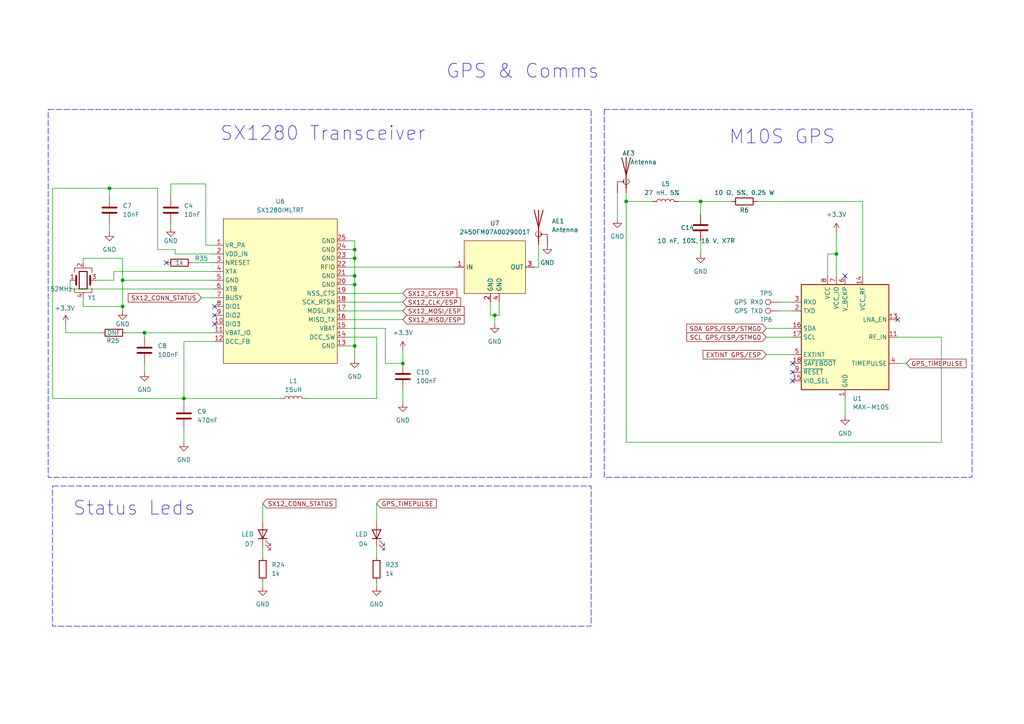
<source format=kicad_sch>
(kicad_sch
	(version 20231120)
	(generator "eeschema")
	(generator_version "8.0")
	(uuid "0a1ae3ce-9d52-4d17-8e47-d52356be6617")
	(paper "A4")
	(title_block
		(title "General Purpose Avionics")
		(date "2024-03-17")
		(rev "B")
	)
	(lib_symbols
		(symbol "Connector:TestPoint"
			(pin_numbers hide)
			(pin_names
				(offset 0.762) hide)
			(exclude_from_sim no)
			(in_bom yes)
			(on_board yes)
			(property "Reference" "TP"
				(at 0 6.858 0)
				(effects
					(font
						(size 1.27 1.27)
					)
				)
			)
			(property "Value" "TestPoint"
				(at 0 5.08 0)
				(effects
					(font
						(size 1.27 1.27)
					)
				)
			)
			(property "Footprint" ""
				(at 5.08 0 0)
				(effects
					(font
						(size 1.27 1.27)
					)
					(hide yes)
				)
			)
			(property "Datasheet" "~"
				(at 5.08 0 0)
				(effects
					(font
						(size 1.27 1.27)
					)
					(hide yes)
				)
			)
			(property "Description" "test point"
				(at 0 0 0)
				(effects
					(font
						(size 1.27 1.27)
					)
					(hide yes)
				)
			)
			(property "ki_keywords" "test point tp"
				(at 0 0 0)
				(effects
					(font
						(size 1.27 1.27)
					)
					(hide yes)
				)
			)
			(property "ki_fp_filters" "Pin* Test*"
				(at 0 0 0)
				(effects
					(font
						(size 1.27 1.27)
					)
					(hide yes)
				)
			)
			(symbol "TestPoint_0_1"
				(circle
					(center 0 3.302)
					(radius 0.762)
					(stroke
						(width 0)
						(type default)
					)
					(fill
						(type none)
					)
				)
			)
			(symbol "TestPoint_1_1"
				(pin passive line
					(at 0 0 90)
					(length 2.54)
					(name "1"
						(effects
							(font
								(size 1.27 1.27)
							)
						)
					)
					(number "1"
						(effects
							(font
								(size 1.27 1.27)
							)
						)
					)
				)
			)
		)
		(symbol "CustomLibrary:2450FM07A0029001T"
			(exclude_from_sim no)
			(in_bom yes)
			(on_board yes)
			(property "Reference" "U"
				(at 6.35 -7.62 0)
				(effects
					(font
						(size 1.27 1.27)
					)
				)
			)
			(property "Value" "2450FM07A0029001T"
				(at -1.27 10.16 0)
				(effects
					(font
						(size 1.27 1.27)
					)
				)
			)
			(property "Footprint" ""
				(at 0 0 0)
				(effects
					(font
						(size 1.27 1.27)
					)
					(hide yes)
				)
			)
			(property "Datasheet" "https://www.johansontechnology.com/datasheets/2450FM07A0029/2450FM07A0029.pdf"
				(at 44.45 19.05 0)
				(effects
					(font
						(size 1.27 1.27)
					)
					(hide yes)
				)
			)
			(property "Description" ""
				(at 0 0 0)
				(effects
					(font
						(size 1.27 1.27)
					)
					(hide yes)
				)
			)
			(property "Digikey" "https://www.digikey.in/en/products/detail/johanson-technology-inc/2450FM07A0029001T/6187664"
				(at 53.34 16.51 0)
				(effects
					(font
						(size 1.27 1.27)
					)
					(hide yes)
				)
			)
			(symbol "2450FM07A0029001T_1_1"
				(rectangle
					(start -10.16 8.89)
					(end 7.62 -6.35)
					(stroke
						(width 0)
						(type default)
					)
					(fill
						(type background)
					)
				)
				(pin input line
					(at -12.7 1.27 0)
					(length 2.54)
					(name "IN"
						(effects
							(font
								(size 1.27 1.27)
							)
						)
					)
					(number "1"
						(effects
							(font
								(size 1.27 1.27)
							)
						)
					)
				)
				(pin power_in line
					(at -2.54 -8.89 90)
					(length 2.54)
					(name "GND"
						(effects
							(font
								(size 1.27 1.27)
							)
						)
					)
					(number "2"
						(effects
							(font
								(size 1.27 1.27)
							)
						)
					)
				)
				(pin output line
					(at 10.16 1.27 180)
					(length 2.54)
					(name "OUT"
						(effects
							(font
								(size 1.27 1.27)
							)
						)
					)
					(number "3"
						(effects
							(font
								(size 1.27 1.27)
							)
						)
					)
				)
				(pin power_in line
					(at 0 -8.89 90)
					(length 2.54)
					(name "GND"
						(effects
							(font
								(size 1.27 1.27)
							)
						)
					)
					(number "4"
						(effects
							(font
								(size 1.27 1.27)
							)
						)
					)
				)
			)
		)
		(symbol "CustomLibrary:SX1280IMLTRT"
			(exclude_from_sim no)
			(in_bom yes)
			(on_board yes)
			(property "Reference" "U"
				(at -16.51 30.48 0)
				(effects
					(font
						(size 1.27 1.27)
					)
				)
			)
			(property "Value" "SX1280IMLTRT"
				(at 8.89 -13.97 0)
				(effects
					(font
						(size 1.27 1.27)
					)
				)
			)
			(property "Footprint" "Package_DFN_QFN:QFN-24-1EP_4x4mm_P0.5mm_EP2.7x2.7mm"
				(at 31.75 54.61 0)
				(effects
					(font
						(size 1.27 1.27)
					)
					(hide yes)
				)
			)
			(property "Datasheet" "https://semtech.my.salesforce.com/sfc/p/#E0000000JelG/a/3n000000l9OZ/Kw7ZeYZuAZW3Q4A3R_IUjhYCQEJxkuLrUgl_GNNhuUo"
				(at 63.5 59.69 0)
				(effects
					(font
						(size 1.27 1.27)
					)
					(hide yes)
				)
			)
			(property "Description" ""
				(at 0 0 0)
				(effects
					(font
						(size 1.27 1.27)
					)
					(hide yes)
				)
			)
			(property "Digikey" "https://www.digikey.in/en/products/detail/semtech-corporation/SX1280IMLTRT/7203797"
				(at 45.72 57.15 0)
				(effects
					(font
						(size 1.27 1.27)
					)
					(hide yes)
				)
			)
			(symbol "SX1280IMLTRT_1_1"
				(rectangle
					(start -17.78 29.21)
					(end 15.24 -12.7)
					(stroke
						(width 0)
						(type default)
					)
					(fill
						(type background)
					)
				)
				(pin power_in line
					(at -20.32 21.59 0)
					(length 2.54)
					(name "VR_PA"
						(effects
							(font
								(size 1.27 1.27)
							)
						)
					)
					(number "1"
						(effects
							(font
								(size 1.27 1.27)
							)
						)
					)
				)
				(pin bidirectional line
					(at -20.32 -1.27 0)
					(length 2.54)
					(name "DIO3"
						(effects
							(font
								(size 1.27 1.27)
							)
						)
					)
					(number "10"
						(effects
							(font
								(size 1.27 1.27)
							)
						)
					)
				)
				(pin bidirectional line
					(at -20.32 -3.81 0)
					(length 2.54)
					(name "VBAT_IO"
						(effects
							(font
								(size 1.27 1.27)
							)
						)
					)
					(number "11"
						(effects
							(font
								(size 1.27 1.27)
							)
						)
					)
				)
				(pin bidirectional line
					(at -20.32 -6.35 0)
					(length 2.54)
					(name "DCC_FB"
						(effects
							(font
								(size 1.27 1.27)
							)
						)
					)
					(number "12"
						(effects
							(font
								(size 1.27 1.27)
							)
						)
					)
				)
				(pin power_in line
					(at 17.78 -7.62 180)
					(length 2.54)
					(name "GND"
						(effects
							(font
								(size 1.27 1.27)
							)
						)
					)
					(number "13"
						(effects
							(font
								(size 1.27 1.27)
							)
						)
					)
				)
				(pin power_in line
					(at 17.78 -5.08 180)
					(length 2.54)
					(name "DCC_SW"
						(effects
							(font
								(size 1.27 1.27)
							)
						)
					)
					(number "14"
						(effects
							(font
								(size 1.27 1.27)
							)
						)
					)
				)
				(pin power_in line
					(at 17.78 -2.54 180)
					(length 2.54)
					(name "VBAT"
						(effects
							(font
								(size 1.27 1.27)
							)
						)
					)
					(number "15"
						(effects
							(font
								(size 1.27 1.27)
							)
						)
					)
				)
				(pin bidirectional line
					(at 17.78 0 180)
					(length 2.54)
					(name "MISO_TX"
						(effects
							(font
								(size 1.27 1.27)
							)
						)
					)
					(number "16"
						(effects
							(font
								(size 1.27 1.27)
							)
						)
					)
				)
				(pin bidirectional line
					(at 17.78 2.54 180)
					(length 2.54)
					(name "MOSI_RX"
						(effects
							(font
								(size 1.27 1.27)
							)
						)
					)
					(number "17"
						(effects
							(font
								(size 1.27 1.27)
							)
						)
					)
				)
				(pin bidirectional line
					(at 17.78 5.08 180)
					(length 2.54)
					(name "SCK_RTSN"
						(effects
							(font
								(size 1.27 1.27)
							)
						)
					)
					(number "18"
						(effects
							(font
								(size 1.27 1.27)
							)
						)
					)
				)
				(pin bidirectional line
					(at 17.78 7.62 180)
					(length 2.54)
					(name "NSS_CTS"
						(effects
							(font
								(size 1.27 1.27)
							)
						)
					)
					(number "19"
						(effects
							(font
								(size 1.27 1.27)
							)
						)
					)
				)
				(pin power_in line
					(at -20.32 19.05 0)
					(length 2.54)
					(name "VDD_IN"
						(effects
							(font
								(size 1.27 1.27)
							)
						)
					)
					(number "2"
						(effects
							(font
								(size 1.27 1.27)
							)
						)
					)
				)
				(pin power_in line
					(at 17.78 10.16 180)
					(length 2.54)
					(name "GND"
						(effects
							(font
								(size 1.27 1.27)
							)
						)
					)
					(number "20"
						(effects
							(font
								(size 1.27 1.27)
							)
						)
					)
				)
				(pin power_in line
					(at 17.78 12.7 180)
					(length 2.54)
					(name "GND"
						(effects
							(font
								(size 1.27 1.27)
							)
						)
					)
					(number "21"
						(effects
							(font
								(size 1.27 1.27)
							)
						)
					)
				)
				(pin bidirectional line
					(at 17.78 15.24 180)
					(length 2.54)
					(name "RFIO"
						(effects
							(font
								(size 1.27 1.27)
							)
						)
					)
					(number "22"
						(effects
							(font
								(size 1.27 1.27)
							)
						)
					)
				)
				(pin power_in line
					(at 17.78 17.78 180)
					(length 2.54)
					(name "GND"
						(effects
							(font
								(size 1.27 1.27)
							)
						)
					)
					(number "23"
						(effects
							(font
								(size 1.27 1.27)
							)
						)
					)
				)
				(pin power_in line
					(at 17.78 20.32 180)
					(length 2.54)
					(name "GND"
						(effects
							(font
								(size 1.27 1.27)
							)
						)
					)
					(number "24"
						(effects
							(font
								(size 1.27 1.27)
							)
						)
					)
				)
				(pin power_in line
					(at 17.78 22.86 180)
					(length 2.54)
					(name "GND"
						(effects
							(font
								(size 1.27 1.27)
							)
						)
					)
					(number "25"
						(effects
							(font
								(size 1.27 1.27)
							)
						)
					)
				)
				(pin bidirectional line
					(at -20.32 16.51 0)
					(length 2.54)
					(name "NRESET"
						(effects
							(font
								(size 1.27 1.27)
							)
						)
					)
					(number "3"
						(effects
							(font
								(size 1.27 1.27)
							)
						)
					)
				)
				(pin bidirectional line
					(at -20.32 13.97 0)
					(length 2.54)
					(name "XTA"
						(effects
							(font
								(size 1.27 1.27)
							)
						)
					)
					(number "4"
						(effects
							(font
								(size 1.27 1.27)
							)
						)
					)
				)
				(pin power_in line
					(at -20.32 11.43 0)
					(length 2.54)
					(name "GND"
						(effects
							(font
								(size 1.27 1.27)
							)
						)
					)
					(number "5"
						(effects
							(font
								(size 1.27 1.27)
							)
						)
					)
				)
				(pin bidirectional line
					(at -20.32 8.89 0)
					(length 2.54)
					(name "XTB"
						(effects
							(font
								(size 1.27 1.27)
							)
						)
					)
					(number "6"
						(effects
							(font
								(size 1.27 1.27)
							)
						)
					)
				)
				(pin bidirectional line
					(at -20.32 6.35 0)
					(length 2.54)
					(name "BUSY"
						(effects
							(font
								(size 1.27 1.27)
							)
						)
					)
					(number "7"
						(effects
							(font
								(size 1.27 1.27)
							)
						)
					)
				)
				(pin bidirectional line
					(at -20.32 3.81 0)
					(length 2.54)
					(name "DIO1"
						(effects
							(font
								(size 1.27 1.27)
							)
						)
					)
					(number "8"
						(effects
							(font
								(size 1.27 1.27)
							)
						)
					)
				)
				(pin bidirectional line
					(at -20.32 1.27 0)
					(length 2.54)
					(name "DIO2"
						(effects
							(font
								(size 1.27 1.27)
							)
						)
					)
					(number "9"
						(effects
							(font
								(size 1.27 1.27)
							)
						)
					)
				)
			)
		)
		(symbol "Device:Antenna_Shield"
			(pin_numbers hide)
			(pin_names
				(offset 1.016) hide)
			(exclude_from_sim no)
			(in_bom yes)
			(on_board yes)
			(property "Reference" "AE"
				(at -1.905 4.445 0)
				(effects
					(font
						(size 1.27 1.27)
					)
					(justify right)
				)
			)
			(property "Value" "Antenna_Shield"
				(at -1.905 2.54 0)
				(effects
					(font
						(size 1.27 1.27)
					)
					(justify right)
				)
			)
			(property "Footprint" ""
				(at 0 2.54 0)
				(effects
					(font
						(size 1.27 1.27)
					)
					(hide yes)
				)
			)
			(property "Datasheet" "~"
				(at 0 2.54 0)
				(effects
					(font
						(size 1.27 1.27)
					)
					(hide yes)
				)
			)
			(property "Description" "Antenna with extra pin for shielding"
				(at 0 0 0)
				(effects
					(font
						(size 1.27 1.27)
					)
					(hide yes)
				)
			)
			(property "ki_keywords" "antenna"
				(at 0 0 0)
				(effects
					(font
						(size 1.27 1.27)
					)
					(hide yes)
				)
			)
			(symbol "Antenna_Shield_0_1"
				(arc
					(start -0.508 -1.143)
					(mid -0.8429 -2.1194)
					(end 0 -2.667)
					(stroke
						(width 0)
						(type default)
					)
					(fill
						(type none)
					)
				)
				(arc
					(start 0 -2.667)
					(mid 0.7989 -2.1052)
					(end 0.508 -1.143)
					(stroke
						(width 0)
						(type default)
					)
					(fill
						(type none)
					)
				)
				(polyline
					(pts
						(xy 0 -2.54) (xy 0 0)
					)
					(stroke
						(width 0)
						(type default)
					)
					(fill
						(type none)
					)
				)
				(polyline
					(pts
						(xy 0 5.08) (xy 0 -3.81)
					)
					(stroke
						(width 0.254)
						(type default)
					)
					(fill
						(type none)
					)
				)
				(polyline
					(pts
						(xy 0.762 -1.905) (xy 2.54 -1.905)
					)
					(stroke
						(width 0)
						(type default)
					)
					(fill
						(type none)
					)
				)
				(polyline
					(pts
						(xy 2.54 -2.54) (xy 2.54 -1.905)
					)
					(stroke
						(width 0)
						(type default)
					)
					(fill
						(type none)
					)
				)
				(polyline
					(pts
						(xy 1.27 5.08) (xy 0 0) (xy -1.27 5.08)
					)
					(stroke
						(width 0.254)
						(type default)
					)
					(fill
						(type none)
					)
				)
				(circle
					(center 0.762 -1.905)
					(radius 0.1778)
					(stroke
						(width 0)
						(type default)
					)
					(fill
						(type outline)
					)
				)
			)
			(symbol "Antenna_Shield_1_1"
				(pin input line
					(at 0 -5.08 90)
					(length 2.54)
					(name "A"
						(effects
							(font
								(size 1.27 1.27)
							)
						)
					)
					(number "1"
						(effects
							(font
								(size 1.27 1.27)
							)
						)
					)
				)
				(pin input line
					(at 2.54 -5.08 90)
					(length 2.54)
					(name "Shield"
						(effects
							(font
								(size 1.27 1.27)
							)
						)
					)
					(number "2"
						(effects
							(font
								(size 1.27 1.27)
							)
						)
					)
				)
			)
		)
		(symbol "Device:C"
			(pin_numbers hide)
			(pin_names
				(offset 0.254)
			)
			(exclude_from_sim no)
			(in_bom yes)
			(on_board yes)
			(property "Reference" "C"
				(at 0.635 2.54 0)
				(effects
					(font
						(size 1.27 1.27)
					)
					(justify left)
				)
			)
			(property "Value" "C"
				(at 0.635 -2.54 0)
				(effects
					(font
						(size 1.27 1.27)
					)
					(justify left)
				)
			)
			(property "Footprint" ""
				(at 0.9652 -3.81 0)
				(effects
					(font
						(size 1.27 1.27)
					)
					(hide yes)
				)
			)
			(property "Datasheet" "~"
				(at 0 0 0)
				(effects
					(font
						(size 1.27 1.27)
					)
					(hide yes)
				)
			)
			(property "Description" "Unpolarized capacitor"
				(at 0 0 0)
				(effects
					(font
						(size 1.27 1.27)
					)
					(hide yes)
				)
			)
			(property "ki_keywords" "cap capacitor"
				(at 0 0 0)
				(effects
					(font
						(size 1.27 1.27)
					)
					(hide yes)
				)
			)
			(property "ki_fp_filters" "C_*"
				(at 0 0 0)
				(effects
					(font
						(size 1.27 1.27)
					)
					(hide yes)
				)
			)
			(symbol "C_0_1"
				(polyline
					(pts
						(xy -2.032 -0.762) (xy 2.032 -0.762)
					)
					(stroke
						(width 0.508)
						(type default)
					)
					(fill
						(type none)
					)
				)
				(polyline
					(pts
						(xy -2.032 0.762) (xy 2.032 0.762)
					)
					(stroke
						(width 0.508)
						(type default)
					)
					(fill
						(type none)
					)
				)
			)
			(symbol "C_1_1"
				(pin passive line
					(at 0 3.81 270)
					(length 2.794)
					(name "~"
						(effects
							(font
								(size 1.27 1.27)
							)
						)
					)
					(number "1"
						(effects
							(font
								(size 1.27 1.27)
							)
						)
					)
				)
				(pin passive line
					(at 0 -3.81 90)
					(length 2.794)
					(name "~"
						(effects
							(font
								(size 1.27 1.27)
							)
						)
					)
					(number "2"
						(effects
							(font
								(size 1.27 1.27)
							)
						)
					)
				)
			)
		)
		(symbol "Device:Crystal_GND24"
			(pin_names
				(offset 1.016) hide)
			(exclude_from_sim no)
			(in_bom yes)
			(on_board yes)
			(property "Reference" "Y"
				(at 3.175 5.08 0)
				(effects
					(font
						(size 1.27 1.27)
					)
					(justify left)
				)
			)
			(property "Value" "Crystal_GND24"
				(at 3.175 3.175 0)
				(effects
					(font
						(size 1.27 1.27)
					)
					(justify left)
				)
			)
			(property "Footprint" ""
				(at 0 0 0)
				(effects
					(font
						(size 1.27 1.27)
					)
					(hide yes)
				)
			)
			(property "Datasheet" "~"
				(at 0 0 0)
				(effects
					(font
						(size 1.27 1.27)
					)
					(hide yes)
				)
			)
			(property "Description" "Four pin crystal, GND on pins 2 and 4"
				(at 0 0 0)
				(effects
					(font
						(size 1.27 1.27)
					)
					(hide yes)
				)
			)
			(property "ki_keywords" "quartz ceramic resonator oscillator"
				(at 0 0 0)
				(effects
					(font
						(size 1.27 1.27)
					)
					(hide yes)
				)
			)
			(property "ki_fp_filters" "Crystal*"
				(at 0 0 0)
				(effects
					(font
						(size 1.27 1.27)
					)
					(hide yes)
				)
			)
			(symbol "Crystal_GND24_0_1"
				(rectangle
					(start -1.143 2.54)
					(end 1.143 -2.54)
					(stroke
						(width 0.3048)
						(type default)
					)
					(fill
						(type none)
					)
				)
				(polyline
					(pts
						(xy -2.54 0) (xy -2.032 0)
					)
					(stroke
						(width 0)
						(type default)
					)
					(fill
						(type none)
					)
				)
				(polyline
					(pts
						(xy -2.032 -1.27) (xy -2.032 1.27)
					)
					(stroke
						(width 0.508)
						(type default)
					)
					(fill
						(type none)
					)
				)
				(polyline
					(pts
						(xy 0 -3.81) (xy 0 -3.556)
					)
					(stroke
						(width 0)
						(type default)
					)
					(fill
						(type none)
					)
				)
				(polyline
					(pts
						(xy 0 3.556) (xy 0 3.81)
					)
					(stroke
						(width 0)
						(type default)
					)
					(fill
						(type none)
					)
				)
				(polyline
					(pts
						(xy 2.032 -1.27) (xy 2.032 1.27)
					)
					(stroke
						(width 0.508)
						(type default)
					)
					(fill
						(type none)
					)
				)
				(polyline
					(pts
						(xy 2.032 0) (xy 2.54 0)
					)
					(stroke
						(width 0)
						(type default)
					)
					(fill
						(type none)
					)
				)
				(polyline
					(pts
						(xy -2.54 -2.286) (xy -2.54 -3.556) (xy 2.54 -3.556) (xy 2.54 -2.286)
					)
					(stroke
						(width 0)
						(type default)
					)
					(fill
						(type none)
					)
				)
				(polyline
					(pts
						(xy -2.54 2.286) (xy -2.54 3.556) (xy 2.54 3.556) (xy 2.54 2.286)
					)
					(stroke
						(width 0)
						(type default)
					)
					(fill
						(type none)
					)
				)
			)
			(symbol "Crystal_GND24_1_1"
				(pin passive line
					(at -3.81 0 0)
					(length 1.27)
					(name "1"
						(effects
							(font
								(size 1.27 1.27)
							)
						)
					)
					(number "1"
						(effects
							(font
								(size 1.27 1.27)
							)
						)
					)
				)
				(pin passive line
					(at 0 5.08 270)
					(length 1.27)
					(name "2"
						(effects
							(font
								(size 1.27 1.27)
							)
						)
					)
					(number "2"
						(effects
							(font
								(size 1.27 1.27)
							)
						)
					)
				)
				(pin passive line
					(at 3.81 0 180)
					(length 1.27)
					(name "3"
						(effects
							(font
								(size 1.27 1.27)
							)
						)
					)
					(number "3"
						(effects
							(font
								(size 1.27 1.27)
							)
						)
					)
				)
				(pin passive line
					(at 0 -5.08 90)
					(length 1.27)
					(name "4"
						(effects
							(font
								(size 1.27 1.27)
							)
						)
					)
					(number "4"
						(effects
							(font
								(size 1.27 1.27)
							)
						)
					)
				)
			)
		)
		(symbol "Device:L"
			(pin_numbers hide)
			(pin_names
				(offset 1.016) hide)
			(exclude_from_sim no)
			(in_bom yes)
			(on_board yes)
			(property "Reference" "L"
				(at -1.27 0 90)
				(effects
					(font
						(size 1.27 1.27)
					)
				)
			)
			(property "Value" "L"
				(at 1.905 0 90)
				(effects
					(font
						(size 1.27 1.27)
					)
				)
			)
			(property "Footprint" ""
				(at 0 0 0)
				(effects
					(font
						(size 1.27 1.27)
					)
					(hide yes)
				)
			)
			(property "Datasheet" "~"
				(at 0 0 0)
				(effects
					(font
						(size 1.27 1.27)
					)
					(hide yes)
				)
			)
			(property "Description" "Inductor"
				(at 0 0 0)
				(effects
					(font
						(size 1.27 1.27)
					)
					(hide yes)
				)
			)
			(property "ki_keywords" "inductor choke coil reactor magnetic"
				(at 0 0 0)
				(effects
					(font
						(size 1.27 1.27)
					)
					(hide yes)
				)
			)
			(property "ki_fp_filters" "Choke_* *Coil* Inductor_* L_*"
				(at 0 0 0)
				(effects
					(font
						(size 1.27 1.27)
					)
					(hide yes)
				)
			)
			(symbol "L_0_1"
				(arc
					(start 0 -2.54)
					(mid 0.6323 -1.905)
					(end 0 -1.27)
					(stroke
						(width 0)
						(type default)
					)
					(fill
						(type none)
					)
				)
				(arc
					(start 0 -1.27)
					(mid 0.6323 -0.635)
					(end 0 0)
					(stroke
						(width 0)
						(type default)
					)
					(fill
						(type none)
					)
				)
				(arc
					(start 0 0)
					(mid 0.6323 0.635)
					(end 0 1.27)
					(stroke
						(width 0)
						(type default)
					)
					(fill
						(type none)
					)
				)
				(arc
					(start 0 1.27)
					(mid 0.6323 1.905)
					(end 0 2.54)
					(stroke
						(width 0)
						(type default)
					)
					(fill
						(type none)
					)
				)
			)
			(symbol "L_1_1"
				(pin passive line
					(at 0 3.81 270)
					(length 1.27)
					(name "1"
						(effects
							(font
								(size 1.27 1.27)
							)
						)
					)
					(number "1"
						(effects
							(font
								(size 1.27 1.27)
							)
						)
					)
				)
				(pin passive line
					(at 0 -3.81 90)
					(length 1.27)
					(name "2"
						(effects
							(font
								(size 1.27 1.27)
							)
						)
					)
					(number "2"
						(effects
							(font
								(size 1.27 1.27)
							)
						)
					)
				)
			)
		)
		(symbol "Device:LED"
			(pin_numbers hide)
			(pin_names
				(offset 1.016) hide)
			(exclude_from_sim no)
			(in_bom yes)
			(on_board yes)
			(property "Reference" "D"
				(at 0 2.54 0)
				(effects
					(font
						(size 1.27 1.27)
					)
				)
			)
			(property "Value" "LED"
				(at 0 -2.54 0)
				(effects
					(font
						(size 1.27 1.27)
					)
				)
			)
			(property "Footprint" ""
				(at 0 0 0)
				(effects
					(font
						(size 1.27 1.27)
					)
					(hide yes)
				)
			)
			(property "Datasheet" "~"
				(at 0 0 0)
				(effects
					(font
						(size 1.27 1.27)
					)
					(hide yes)
				)
			)
			(property "Description" "Light emitting diode"
				(at 0 0 0)
				(effects
					(font
						(size 1.27 1.27)
					)
					(hide yes)
				)
			)
			(property "ki_keywords" "LED diode"
				(at 0 0 0)
				(effects
					(font
						(size 1.27 1.27)
					)
					(hide yes)
				)
			)
			(property "ki_fp_filters" "LED* LED_SMD:* LED_THT:*"
				(at 0 0 0)
				(effects
					(font
						(size 1.27 1.27)
					)
					(hide yes)
				)
			)
			(symbol "LED_0_1"
				(polyline
					(pts
						(xy -1.27 -1.27) (xy -1.27 1.27)
					)
					(stroke
						(width 0.254)
						(type default)
					)
					(fill
						(type none)
					)
				)
				(polyline
					(pts
						(xy -1.27 0) (xy 1.27 0)
					)
					(stroke
						(width 0)
						(type default)
					)
					(fill
						(type none)
					)
				)
				(polyline
					(pts
						(xy 1.27 -1.27) (xy 1.27 1.27) (xy -1.27 0) (xy 1.27 -1.27)
					)
					(stroke
						(width 0.254)
						(type default)
					)
					(fill
						(type none)
					)
				)
				(polyline
					(pts
						(xy -3.048 -0.762) (xy -4.572 -2.286) (xy -3.81 -2.286) (xy -4.572 -2.286) (xy -4.572 -1.524)
					)
					(stroke
						(width 0)
						(type default)
					)
					(fill
						(type none)
					)
				)
				(polyline
					(pts
						(xy -1.778 -0.762) (xy -3.302 -2.286) (xy -2.54 -2.286) (xy -3.302 -2.286) (xy -3.302 -1.524)
					)
					(stroke
						(width 0)
						(type default)
					)
					(fill
						(type none)
					)
				)
			)
			(symbol "LED_1_1"
				(pin passive line
					(at -3.81 0 0)
					(length 2.54)
					(name "K"
						(effects
							(font
								(size 1.27 1.27)
							)
						)
					)
					(number "1"
						(effects
							(font
								(size 1.27 1.27)
							)
						)
					)
				)
				(pin passive line
					(at 3.81 0 180)
					(length 2.54)
					(name "A"
						(effects
							(font
								(size 1.27 1.27)
							)
						)
					)
					(number "2"
						(effects
							(font
								(size 1.27 1.27)
							)
						)
					)
				)
			)
		)
		(symbol "Device:R"
			(pin_numbers hide)
			(pin_names
				(offset 0)
			)
			(exclude_from_sim no)
			(in_bom yes)
			(on_board yes)
			(property "Reference" "R"
				(at 2.032 0 90)
				(effects
					(font
						(size 1.27 1.27)
					)
				)
			)
			(property "Value" "R"
				(at 0 0 90)
				(effects
					(font
						(size 1.27 1.27)
					)
				)
			)
			(property "Footprint" ""
				(at -1.778 0 90)
				(effects
					(font
						(size 1.27 1.27)
					)
					(hide yes)
				)
			)
			(property "Datasheet" "~"
				(at 0 0 0)
				(effects
					(font
						(size 1.27 1.27)
					)
					(hide yes)
				)
			)
			(property "Description" "Resistor"
				(at 0 0 0)
				(effects
					(font
						(size 1.27 1.27)
					)
					(hide yes)
				)
			)
			(property "ki_keywords" "R res resistor"
				(at 0 0 0)
				(effects
					(font
						(size 1.27 1.27)
					)
					(hide yes)
				)
			)
			(property "ki_fp_filters" "R_*"
				(at 0 0 0)
				(effects
					(font
						(size 1.27 1.27)
					)
					(hide yes)
				)
			)
			(symbol "R_0_1"
				(rectangle
					(start -1.016 -2.54)
					(end 1.016 2.54)
					(stroke
						(width 0.254)
						(type default)
					)
					(fill
						(type none)
					)
				)
			)
			(symbol "R_1_1"
				(pin passive line
					(at 0 3.81 270)
					(length 1.27)
					(name "~"
						(effects
							(font
								(size 1.27 1.27)
							)
						)
					)
					(number "1"
						(effects
							(font
								(size 1.27 1.27)
							)
						)
					)
				)
				(pin passive line
					(at 0 -3.81 90)
					(length 1.27)
					(name "~"
						(effects
							(font
								(size 1.27 1.27)
							)
						)
					)
					(number "2"
						(effects
							(font
								(size 1.27 1.27)
							)
						)
					)
				)
			)
		)
		(symbol "RF_GPS:MAX-M10S"
			(exclude_from_sim no)
			(in_bom yes)
			(on_board yes)
			(property "Reference" "U"
				(at -10.16 16.51 0)
				(effects
					(font
						(size 1.27 1.27)
					)
				)
			)
			(property "Value" "MAX-M10S"
				(at 11.43 16.51 0)
				(effects
					(font
						(size 1.27 1.27)
					)
				)
			)
			(property "Footprint" "RF_GPS:ublox_MAX"
				(at 10.16 -16.51 0)
				(effects
					(font
						(size 1.27 1.27)
					)
					(hide yes)
				)
			)
			(property "Datasheet" "https://content.u-blox.com/sites/default/files/MAX-M10S_DataSheet_UBX-20035208.pdf"
				(at 0 0 0)
				(effects
					(font
						(size 1.27 1.27)
					)
					(hide yes)
				)
			)
			(property "Description" "GNSS Module MAX M10, VCC 1.65V to 3.6V"
				(at 0 0 0)
				(effects
					(font
						(size 1.27 1.27)
					)
					(hide yes)
				)
			)
			(property "ki_keywords" "ublox GPS GNSS module"
				(at 0 0 0)
				(effects
					(font
						(size 1.27 1.27)
					)
					(hide yes)
				)
			)
			(property "ki_fp_filters" "ublox?MAX*"
				(at 0 0 0)
				(effects
					(font
						(size 1.27 1.27)
					)
					(hide yes)
				)
			)
			(symbol "MAX-M10S_0_1"
				(rectangle
					(start 12.7 15.24)
					(end -12.7 -15.24)
					(stroke
						(width 0.254)
						(type default)
					)
					(fill
						(type background)
					)
				)
			)
			(symbol "MAX-M10S_1_1"
				(pin power_in line
					(at 0 -17.78 90)
					(length 2.54)
					(name "GND"
						(effects
							(font
								(size 1.27 1.27)
							)
						)
					)
					(number "1"
						(effects
							(font
								(size 1.27 1.27)
							)
						)
					)
				)
				(pin passive line
					(at 0 -17.78 90)
					(length 2.54) hide
					(name "GND"
						(effects
							(font
								(size 1.27 1.27)
							)
						)
					)
					(number "10"
						(effects
							(font
								(size 1.27 1.27)
							)
						)
					)
				)
				(pin input line
					(at 15.24 0 180)
					(length 2.54)
					(name "RF_IN"
						(effects
							(font
								(size 1.27 1.27)
							)
						)
					)
					(number "11"
						(effects
							(font
								(size 1.27 1.27)
							)
						)
					)
				)
				(pin passive line
					(at 0 -17.78 90)
					(length 2.54) hide
					(name "GND"
						(effects
							(font
								(size 1.27 1.27)
							)
						)
					)
					(number "12"
						(effects
							(font
								(size 1.27 1.27)
							)
						)
					)
				)
				(pin output line
					(at 15.24 5.08 180)
					(length 2.54)
					(name "LNA_EN"
						(effects
							(font
								(size 1.27 1.27)
							)
						)
					)
					(number "13"
						(effects
							(font
								(size 1.27 1.27)
							)
						)
					)
				)
				(pin power_out line
					(at 5.08 17.78 270)
					(length 2.54)
					(name "VCC_RF"
						(effects
							(font
								(size 1.27 1.27)
							)
						)
					)
					(number "14"
						(effects
							(font
								(size 1.27 1.27)
							)
						)
					)
				)
				(pin input line
					(at -15.24 -12.7 0)
					(length 2.54)
					(name "VIO_SEL"
						(effects
							(font
								(size 1.27 1.27)
							)
						)
					)
					(number "15"
						(effects
							(font
								(size 1.27 1.27)
							)
						)
					)
				)
				(pin bidirectional line
					(at -15.24 2.54 0)
					(length 2.54)
					(name "SDA"
						(effects
							(font
								(size 1.27 1.27)
							)
						)
					)
					(number "16"
						(effects
							(font
								(size 1.27 1.27)
							)
						)
					)
				)
				(pin input line
					(at -15.24 0 0)
					(length 2.54)
					(name "SCL"
						(effects
							(font
								(size 1.27 1.27)
							)
						)
					)
					(number "17"
						(effects
							(font
								(size 1.27 1.27)
							)
						)
					)
				)
				(pin input line
					(at -15.24 -7.62 0)
					(length 2.54)
					(name "~{SAFEBOOT}"
						(effects
							(font
								(size 1.27 1.27)
							)
						)
					)
					(number "18"
						(effects
							(font
								(size 1.27 1.27)
							)
						)
					)
				)
				(pin output line
					(at -15.24 7.62 0)
					(length 2.54)
					(name "TXD"
						(effects
							(font
								(size 1.27 1.27)
							)
						)
					)
					(number "2"
						(effects
							(font
								(size 1.27 1.27)
							)
						)
					)
				)
				(pin input line
					(at -15.24 10.16 0)
					(length 2.54)
					(name "RXD"
						(effects
							(font
								(size 1.27 1.27)
							)
						)
					)
					(number "3"
						(effects
							(font
								(size 1.27 1.27)
							)
						)
					)
				)
				(pin output line
					(at 15.24 -7.62 180)
					(length 2.54)
					(name "TIMEPULSE"
						(effects
							(font
								(size 1.27 1.27)
							)
						)
					)
					(number "4"
						(effects
							(font
								(size 1.27 1.27)
							)
						)
					)
				)
				(pin input line
					(at -15.24 -5.08 0)
					(length 2.54)
					(name "EXTINT"
						(effects
							(font
								(size 1.27 1.27)
							)
						)
					)
					(number "5"
						(effects
							(font
								(size 1.27 1.27)
							)
						)
					)
				)
				(pin power_in line
					(at 0 17.78 270)
					(length 2.54)
					(name "V_BCKP"
						(effects
							(font
								(size 1.27 1.27)
							)
						)
					)
					(number "6"
						(effects
							(font
								(size 1.27 1.27)
							)
						)
					)
				)
				(pin power_in line
					(at -2.54 17.78 270)
					(length 2.54)
					(name "VCC_IO"
						(effects
							(font
								(size 1.27 1.27)
							)
						)
					)
					(number "7"
						(effects
							(font
								(size 1.27 1.27)
							)
						)
					)
				)
				(pin power_in line
					(at -5.08 17.78 270)
					(length 2.54)
					(name "VCC"
						(effects
							(font
								(size 1.27 1.27)
							)
						)
					)
					(number "8"
						(effects
							(font
								(size 1.27 1.27)
							)
						)
					)
				)
				(pin input line
					(at -15.24 -10.16 0)
					(length 2.54)
					(name "~{RESET}"
						(effects
							(font
								(size 1.27 1.27)
							)
						)
					)
					(number "9"
						(effects
							(font
								(size 1.27 1.27)
							)
						)
					)
				)
			)
		)
		(symbol "power:+3.3V"
			(power)
			(pin_numbers hide)
			(pin_names
				(offset 0) hide)
			(exclude_from_sim no)
			(in_bom yes)
			(on_board yes)
			(property "Reference" "#PWR"
				(at 0 -3.81 0)
				(effects
					(font
						(size 1.27 1.27)
					)
					(hide yes)
				)
			)
			(property "Value" "+3.3V"
				(at 0 3.556 0)
				(effects
					(font
						(size 1.27 1.27)
					)
				)
			)
			(property "Footprint" ""
				(at 0 0 0)
				(effects
					(font
						(size 1.27 1.27)
					)
					(hide yes)
				)
			)
			(property "Datasheet" ""
				(at 0 0 0)
				(effects
					(font
						(size 1.27 1.27)
					)
					(hide yes)
				)
			)
			(property "Description" "Power symbol creates a global label with name \"+3.3V\""
				(at 0 0 0)
				(effects
					(font
						(size 1.27 1.27)
					)
					(hide yes)
				)
			)
			(property "ki_keywords" "global power"
				(at 0 0 0)
				(effects
					(font
						(size 1.27 1.27)
					)
					(hide yes)
				)
			)
			(symbol "+3.3V_0_1"
				(polyline
					(pts
						(xy -0.762 1.27) (xy 0 2.54)
					)
					(stroke
						(width 0)
						(type default)
					)
					(fill
						(type none)
					)
				)
				(polyline
					(pts
						(xy 0 0) (xy 0 2.54)
					)
					(stroke
						(width 0)
						(type default)
					)
					(fill
						(type none)
					)
				)
				(polyline
					(pts
						(xy 0 2.54) (xy 0.762 1.27)
					)
					(stroke
						(width 0)
						(type default)
					)
					(fill
						(type none)
					)
				)
			)
			(symbol "+3.3V_1_1"
				(pin power_in line
					(at 0 0 90)
					(length 0)
					(name "~"
						(effects
							(font
								(size 1.27 1.27)
							)
						)
					)
					(number "1"
						(effects
							(font
								(size 1.27 1.27)
							)
						)
					)
				)
			)
		)
		(symbol "power:GND"
			(power)
			(pin_numbers hide)
			(pin_names
				(offset 0) hide)
			(exclude_from_sim no)
			(in_bom yes)
			(on_board yes)
			(property "Reference" "#PWR"
				(at 0 -6.35 0)
				(effects
					(font
						(size 1.27 1.27)
					)
					(hide yes)
				)
			)
			(property "Value" "GND"
				(at 0 -3.81 0)
				(effects
					(font
						(size 1.27 1.27)
					)
				)
			)
			(property "Footprint" ""
				(at 0 0 0)
				(effects
					(font
						(size 1.27 1.27)
					)
					(hide yes)
				)
			)
			(property "Datasheet" ""
				(at 0 0 0)
				(effects
					(font
						(size 1.27 1.27)
					)
					(hide yes)
				)
			)
			(property "Description" "Power symbol creates a global label with name \"GND\" , ground"
				(at 0 0 0)
				(effects
					(font
						(size 1.27 1.27)
					)
					(hide yes)
				)
			)
			(property "ki_keywords" "global power"
				(at 0 0 0)
				(effects
					(font
						(size 1.27 1.27)
					)
					(hide yes)
				)
			)
			(symbol "GND_0_1"
				(polyline
					(pts
						(xy 0 0) (xy 0 -1.27) (xy 1.27 -1.27) (xy 0 -2.54) (xy -1.27 -1.27) (xy 0 -1.27)
					)
					(stroke
						(width 0)
						(type default)
					)
					(fill
						(type none)
					)
				)
			)
			(symbol "GND_1_1"
				(pin power_in line
					(at 0 0 270)
					(length 0)
					(name "~"
						(effects
							(font
								(size 1.27 1.27)
							)
						)
					)
					(number "1"
						(effects
							(font
								(size 1.27 1.27)
							)
						)
					)
				)
			)
		)
	)
	(junction
		(at 102.87 100.33)
		(diameter 0)
		(color 0 0 0 0)
		(uuid "273d02ac-b01c-4d40-a6f0-ba7543cf47ea")
	)
	(junction
		(at 31.75 54.61)
		(diameter 0)
		(color 0 0 0 0)
		(uuid "2ed696c5-0dcc-4d13-b618-639d25998dc4")
	)
	(junction
		(at 242.57 73.66)
		(diameter 0)
		(color 0 0 0 0)
		(uuid "652db8d9-0328-40ca-ab66-c329963cdcd1")
	)
	(junction
		(at 35.56 81.28)
		(diameter 0)
		(color 0 0 0 0)
		(uuid "6cecd870-8290-4cfa-b3ff-e8b8ff1e388c")
	)
	(junction
		(at 143.51 91.44)
		(diameter 0)
		(color 0 0 0 0)
		(uuid "7d122154-4340-40f6-95ae-e3740756f200")
	)
	(junction
		(at 41.91 96.52)
		(diameter 0)
		(color 0 0 0 0)
		(uuid "86d62e17-7ccf-4db1-8adf-29979f00d5a6")
	)
	(junction
		(at 203.2 58.42)
		(diameter 0)
		(color 0 0 0 0)
		(uuid "8a5642cc-f3dc-4f4d-a7b4-497daee0874e")
	)
	(junction
		(at 102.87 74.93)
		(diameter 0)
		(color 0 0 0 0)
		(uuid "93a30a84-dae5-4ada-8be1-e9d5b6a63728")
	)
	(junction
		(at 35.56 88.9)
		(diameter 0)
		(color 0 0 0 0)
		(uuid "95eb1e03-37a0-4c5c-8474-a61bfa56ab7d")
	)
	(junction
		(at 102.87 82.55)
		(diameter 0)
		(color 0 0 0 0)
		(uuid "b46a594c-507f-4f70-955f-a2aa5eea50f8")
	)
	(junction
		(at 116.84 105.41)
		(diameter 0)
		(color 0 0 0 0)
		(uuid "b6eb083c-b921-44a4-b6c2-27005d4326d6")
	)
	(junction
		(at 53.34 115.57)
		(diameter 0)
		(color 0 0 0 0)
		(uuid "c4eb0692-611f-4e20-8d13-9b681b84396c")
	)
	(junction
		(at 102.87 72.39)
		(diameter 0)
		(color 0 0 0 0)
		(uuid "cc788e51-947f-4c0c-8a80-f2a3b9e500a5")
	)
	(junction
		(at 102.87 80.01)
		(diameter 0)
		(color 0 0 0 0)
		(uuid "e415a7b5-5c04-4f8c-b15b-ba64fb1ca677")
	)
	(junction
		(at 181.61 58.42)
		(diameter 0)
		(color 0 0 0 0)
		(uuid "e5e820ce-dc87-4e62-a931-ff388769747d")
	)
	(no_connect
		(at 229.87 110.49)
		(uuid "1a7f0633-99f6-4361-9589-cc3f01bc50ef")
	)
	(no_connect
		(at 62.23 88.9)
		(uuid "65ba20bf-6814-4b16-a5d7-2f792fee6856")
	)
	(no_connect
		(at 260.35 92.71)
		(uuid "92845f3a-5513-421b-95cf-765e715048b0")
	)
	(no_connect
		(at 62.23 91.44)
		(uuid "a11dccb4-da13-4e75-a6af-f9665ea5598d")
	)
	(no_connect
		(at 62.23 93.98)
		(uuid "a65bb549-7f15-46c3-968e-3f6433fdd61b")
	)
	(no_connect
		(at 229.87 105.41)
		(uuid "c3dffbcb-3247-4283-be65-634ef6fc89f0")
	)
	(no_connect
		(at 48.26 76.2)
		(uuid "ddfb5d40-467f-4a09-9a87-2aad8a44ca5b")
	)
	(no_connect
		(at 229.87 107.95)
		(uuid "f03169c7-2c07-491f-af9e-9913d99a3f8f")
	)
	(no_connect
		(at 245.11 80.01)
		(uuid "fc8b3070-1ffe-4b7b-996e-49bbf7ab8920")
	)
	(wire
		(pts
			(xy 154.94 77.47) (xy 156.21 77.47)
		)
		(stroke
			(width 0)
			(type default)
		)
		(uuid "039d8db0-98d0-470f-b85c-eb86fa8d2f9e")
	)
	(wire
		(pts
			(xy 102.87 100.33) (xy 100.33 100.33)
		)
		(stroke
			(width 0)
			(type default)
		)
		(uuid "05057764-e683-40d6-b9d9-b72e886dedd1")
	)
	(wire
		(pts
			(xy 100.33 90.17) (xy 116.84 90.17)
		)
		(stroke
			(width 0)
			(type default)
		)
		(uuid "0720f7ce-671a-4920-a4ff-620a9b68a4f6")
	)
	(wire
		(pts
			(xy 55.88 76.2) (xy 62.23 76.2)
		)
		(stroke
			(width 0)
			(type default)
		)
		(uuid "081cad6c-9085-4b02-b9a6-b04f06339cc9")
	)
	(wire
		(pts
			(xy 102.87 72.39) (xy 102.87 74.93)
		)
		(stroke
			(width 0)
			(type default)
		)
		(uuid "08d6a903-2d96-4710-8837-6cc40d55660c")
	)
	(wire
		(pts
			(xy 24.13 88.9) (xy 35.56 88.9)
		)
		(stroke
			(width 0)
			(type default)
		)
		(uuid "0922b185-be90-4f9e-a3a7-675b331a47b4")
	)
	(wire
		(pts
			(xy 142.24 91.44) (xy 143.51 91.44)
		)
		(stroke
			(width 0)
			(type default)
		)
		(uuid "093c4ff1-c715-4d90-8d86-7636a4dbd968")
	)
	(wire
		(pts
			(xy 100.33 74.93) (xy 102.87 74.93)
		)
		(stroke
			(width 0)
			(type default)
		)
		(uuid "0af654c0-9c90-4dd8-8c7d-28b94bfd5fb4")
	)
	(wire
		(pts
			(xy 19.05 96.52) (xy 29.21 96.52)
		)
		(stroke
			(width 0)
			(type default)
		)
		(uuid "0d3015d9-68d9-4418-a376-55c5cd715084")
	)
	(wire
		(pts
			(xy 100.33 95.25) (xy 111.76 95.25)
		)
		(stroke
			(width 0)
			(type default)
		)
		(uuid "0eb99da4-0e41-405e-bccb-99c782b95214")
	)
	(wire
		(pts
			(xy 24.13 74.93) (xy 35.56 74.93)
		)
		(stroke
			(width 0)
			(type default)
		)
		(uuid "119b3dce-342f-42c0-b52b-2a0ce0299158")
	)
	(wire
		(pts
			(xy 31.75 54.61) (xy 15.24 54.61)
		)
		(stroke
			(width 0)
			(type default)
		)
		(uuid "12a40809-3af9-4282-8aaf-342a26145b2b")
	)
	(wire
		(pts
			(xy 156.21 77.47) (xy 156.21 71.12)
		)
		(stroke
			(width 0)
			(type default)
		)
		(uuid "12a849f2-950c-4c8b-8fd5-39f44899c823")
	)
	(wire
		(pts
			(xy 76.2 170.18) (xy 76.2 168.91)
		)
		(stroke
			(width 0)
			(type default)
		)
		(uuid "140b1311-1c6f-48d0-9468-0ab1007d59cc")
	)
	(wire
		(pts
			(xy 111.76 105.41) (xy 116.84 105.41)
		)
		(stroke
			(width 0)
			(type default)
		)
		(uuid "16800ede-3945-4c1e-a804-0fc0281ef886")
	)
	(wire
		(pts
			(xy 24.13 88.9) (xy 24.13 86.36)
		)
		(stroke
			(width 0)
			(type default)
		)
		(uuid "18c44741-75a2-4a3c-a562-3b3db01da10b")
	)
	(wire
		(pts
			(xy 19.05 93.98) (xy 19.05 96.52)
		)
		(stroke
			(width 0)
			(type default)
		)
		(uuid "1b61101d-2e06-4843-bad5-cad8fa852322")
	)
	(wire
		(pts
			(xy 76.2 146.05) (xy 76.2 151.13)
		)
		(stroke
			(width 0)
			(type default)
		)
		(uuid "1cc7c0a4-8584-4842-93e2-67709d6db7c1")
	)
	(wire
		(pts
			(xy 212.09 58.42) (xy 203.2 58.42)
		)
		(stroke
			(width 0)
			(type default)
		)
		(uuid "1e0c6a7e-1030-41f1-8f96-eedec23d77b2")
	)
	(wire
		(pts
			(xy 15.24 54.61) (xy 15.24 115.57)
		)
		(stroke
			(width 0)
			(type default)
		)
		(uuid "1fbc1a88-7800-4102-a44a-18662e76c894")
	)
	(wire
		(pts
			(xy 143.51 91.44) (xy 143.51 93.98)
		)
		(stroke
			(width 0)
			(type default)
		)
		(uuid "2093ca8f-b370-457b-b975-6a39b6d23f12")
	)
	(wire
		(pts
			(xy 53.34 115.57) (xy 53.34 116.84)
		)
		(stroke
			(width 0)
			(type default)
		)
		(uuid "213afa0a-33b1-424a-a478-acf47dd45152")
	)
	(wire
		(pts
			(xy 181.61 58.42) (xy 181.61 128.27)
		)
		(stroke
			(width 0)
			(type default)
		)
		(uuid "23cb6e23-880d-497e-b8e4-fda0a5881f7b")
	)
	(wire
		(pts
			(xy 100.33 80.01) (xy 102.87 80.01)
		)
		(stroke
			(width 0)
			(type default)
		)
		(uuid "2b4727ab-ffd9-4624-98ac-2600b404ae9c")
	)
	(wire
		(pts
			(xy 58.42 86.36) (xy 62.23 86.36)
		)
		(stroke
			(width 0)
			(type default)
		)
		(uuid "37c8b6c1-9c47-4cea-9176-2b5efa69660c")
	)
	(wire
		(pts
			(xy 59.69 53.34) (xy 49.53 53.34)
		)
		(stroke
			(width 0)
			(type default)
		)
		(uuid "386c50e8-a997-4c15-9b5b-f9da7a2b1a3d")
	)
	(wire
		(pts
			(xy 116.84 101.6) (xy 116.84 105.41)
		)
		(stroke
			(width 0)
			(type default)
		)
		(uuid "3abb8700-5b1d-4256-9043-11d014871961")
	)
	(wire
		(pts
			(xy 222.25 102.87) (xy 229.87 102.87)
		)
		(stroke
			(width 0)
			(type default)
		)
		(uuid "3b35550f-37c3-4494-b5bd-fc499c83494f")
	)
	(wire
		(pts
			(xy 33.02 78.74) (xy 33.02 81.28)
		)
		(stroke
			(width 0)
			(type default)
		)
		(uuid "3b757acc-d274-4a2e-906f-8c2b281a00a7")
	)
	(wire
		(pts
			(xy 181.61 55.88) (xy 181.61 58.42)
		)
		(stroke
			(width 0)
			(type default)
		)
		(uuid "3b8d31e7-f6d6-436a-a730-475b9987920a")
	)
	(wire
		(pts
			(xy 109.22 158.75) (xy 109.22 161.29)
		)
		(stroke
			(width 0)
			(type default)
		)
		(uuid "3fcf1e6b-ebf0-4ba9-9498-cf8a15c0f397")
	)
	(wire
		(pts
			(xy 179.07 55.88) (xy 179.07 63.5)
		)
		(stroke
			(width 0)
			(type default)
		)
		(uuid "442ccb03-2674-40d2-8969-f7f63e9cb6df")
	)
	(wire
		(pts
			(xy 102.87 74.93) (xy 102.87 80.01)
		)
		(stroke
			(width 0)
			(type default)
		)
		(uuid "465ba9be-c4a2-489e-9dbd-fcb6bbe9b9eb")
	)
	(wire
		(pts
			(xy 203.2 58.42) (xy 203.2 62.23)
		)
		(stroke
			(width 0)
			(type default)
		)
		(uuid "48b36fc4-ed17-49d5-8cf9-b97279cce4ee")
	)
	(wire
		(pts
			(xy 76.2 158.75) (xy 76.2 161.29)
		)
		(stroke
			(width 0)
			(type default)
		)
		(uuid "49235e48-84ac-4556-9c7e-ee451bc71b84")
	)
	(wire
		(pts
			(xy 111.76 95.25) (xy 111.76 105.41)
		)
		(stroke
			(width 0)
			(type default)
		)
		(uuid "4a08e2f6-e61c-48e3-8f3d-5653df245e4c")
	)
	(wire
		(pts
			(xy 35.56 90.17) (xy 35.56 88.9)
		)
		(stroke
			(width 0)
			(type default)
		)
		(uuid "4b1bb346-9a8b-4c72-90ea-fbacfb94328f")
	)
	(wire
		(pts
			(xy 45.72 72.39) (xy 45.72 54.61)
		)
		(stroke
			(width 0)
			(type default)
		)
		(uuid "4b5508e7-b7ba-4428-a953-c3af88be66e8")
	)
	(wire
		(pts
			(xy 116.84 113.03) (xy 116.84 116.84)
		)
		(stroke
			(width 0)
			(type default)
		)
		(uuid "4c47e44d-fc4f-4335-8521-83824ecb0b01")
	)
	(wire
		(pts
			(xy 35.56 81.28) (xy 62.23 81.28)
		)
		(stroke
			(width 0)
			(type default)
		)
		(uuid "4e69df2c-4bd4-4ad6-8fcf-8e07effc4803")
	)
	(wire
		(pts
			(xy 100.33 77.47) (xy 132.08 77.47)
		)
		(stroke
			(width 0)
			(type default)
		)
		(uuid "4e8c155e-42ba-4472-922f-ca9a481135ce")
	)
	(wire
		(pts
			(xy 273.05 97.79) (xy 260.35 97.79)
		)
		(stroke
			(width 0)
			(type default)
		)
		(uuid "4e8d07f9-1bd6-4a5b-bc65-c891d208feb5")
	)
	(wire
		(pts
			(xy 245.11 115.57) (xy 245.11 120.65)
		)
		(stroke
			(width 0)
			(type default)
		)
		(uuid "53a9b6a2-a3e7-4a6f-b3ce-ff2da4b12775")
	)
	(wire
		(pts
			(xy 102.87 69.85) (xy 102.87 72.39)
		)
		(stroke
			(width 0)
			(type default)
		)
		(uuid "58d55675-c6cc-44d5-ab42-6affee7f79ca")
	)
	(wire
		(pts
			(xy 196.85 58.42) (xy 203.2 58.42)
		)
		(stroke
			(width 0)
			(type default)
		)
		(uuid "5972c807-bf4e-46fc-b45f-d752ba52c0f8")
	)
	(wire
		(pts
			(xy 31.75 54.61) (xy 31.75 57.15)
		)
		(stroke
			(width 0)
			(type default)
		)
		(uuid "5a34b347-0b56-4565-9f72-5bb2e6efe488")
	)
	(wire
		(pts
			(xy 50.8 72.39) (xy 45.72 72.39)
		)
		(stroke
			(width 0)
			(type default)
		)
		(uuid "5b7911b9-a931-41d6-a365-e7d3c6e2b695")
	)
	(wire
		(pts
			(xy 109.22 115.57) (xy 88.9 115.57)
		)
		(stroke
			(width 0)
			(type default)
		)
		(uuid "5ea9a6ab-0ef9-48ee-a96a-d1316970d469")
	)
	(wire
		(pts
			(xy 226.06 90.17) (xy 229.87 90.17)
		)
		(stroke
			(width 0)
			(type default)
		)
		(uuid "5f77d9c4-ef3f-4979-9963-7227716fdaa2")
	)
	(wire
		(pts
			(xy 35.56 81.28) (xy 35.56 88.9)
		)
		(stroke
			(width 0)
			(type default)
		)
		(uuid "631adc9e-a171-4e14-a72a-82dc5e1804e1")
	)
	(wire
		(pts
			(xy 100.33 92.71) (xy 116.84 92.71)
		)
		(stroke
			(width 0)
			(type default)
		)
		(uuid "63bf4e81-494d-44f7-9fed-39bda05e7b59")
	)
	(wire
		(pts
			(xy 109.22 97.79) (xy 109.22 115.57)
		)
		(stroke
			(width 0)
			(type default)
		)
		(uuid "670a0131-b46c-464d-8a09-9ebed2f4dc76")
	)
	(wire
		(pts
			(xy 50.8 73.66) (xy 62.23 73.66)
		)
		(stroke
			(width 0)
			(type default)
		)
		(uuid "721a8359-43b1-4bc9-bce2-c77ad6b03ab2")
	)
	(wire
		(pts
			(xy 222.25 95.25) (xy 229.87 95.25)
		)
		(stroke
			(width 0)
			(type default)
		)
		(uuid "7763c2c1-0af2-471e-bdea-b4dacad83065")
	)
	(wire
		(pts
			(xy 240.03 73.66) (xy 242.57 73.66)
		)
		(stroke
			(width 0)
			(type default)
		)
		(uuid "7dca2e15-d535-480e-b868-005b26efb74b")
	)
	(wire
		(pts
			(xy 240.03 80.01) (xy 240.03 73.66)
		)
		(stroke
			(width 0)
			(type default)
		)
		(uuid "802cd011-8537-4882-ba17-83d47eba2bcb")
	)
	(wire
		(pts
			(xy 53.34 115.57) (xy 81.28 115.57)
		)
		(stroke
			(width 0)
			(type default)
		)
		(uuid "820f3bb4-2a46-4b25-984e-d26e69278e66")
	)
	(wire
		(pts
			(xy 50.8 72.39) (xy 50.8 73.66)
		)
		(stroke
			(width 0)
			(type default)
		)
		(uuid "8639275a-9084-4993-81e6-44933eca82bf")
	)
	(wire
		(pts
			(xy 20.32 83.82) (xy 62.23 83.82)
		)
		(stroke
			(width 0)
			(type default)
		)
		(uuid "878efd5e-0c9c-4740-b980-fe24bffa55ac")
	)
	(wire
		(pts
			(xy 31.75 64.77) (xy 31.75 67.31)
		)
		(stroke
			(width 0)
			(type default)
		)
		(uuid "9081fd6e-8340-4e6b-a6fc-4c3c4a7e29f5")
	)
	(wire
		(pts
			(xy 144.78 91.44) (xy 143.51 91.44)
		)
		(stroke
			(width 0)
			(type default)
		)
		(uuid "91af53ca-be46-4054-a04a-ea3c37af1387")
	)
	(wire
		(pts
			(xy 142.24 87.63) (xy 142.24 91.44)
		)
		(stroke
			(width 0)
			(type default)
		)
		(uuid "948ca8fc-8786-4ad0-ad5e-37d7d0ff3139")
	)
	(wire
		(pts
			(xy 273.05 128.27) (xy 273.05 97.79)
		)
		(stroke
			(width 0)
			(type default)
		)
		(uuid "99488e94-1ca0-420b-a62c-6e867d1a6615")
	)
	(wire
		(pts
			(xy 102.87 82.55) (xy 102.87 100.33)
		)
		(stroke
			(width 0)
			(type default)
		)
		(uuid "997bac0e-9649-48ad-bbf7-be7558d1fad1")
	)
	(wire
		(pts
			(xy 100.33 69.85) (xy 102.87 69.85)
		)
		(stroke
			(width 0)
			(type default)
		)
		(uuid "9ad14b87-631b-482d-a03c-32e1c8674c0b")
	)
	(wire
		(pts
			(xy 24.13 74.93) (xy 24.13 76.2)
		)
		(stroke
			(width 0)
			(type default)
		)
		(uuid "9b5003d3-00d1-4b3a-8fe0-f22cdd6583f4")
	)
	(wire
		(pts
			(xy 100.33 82.55) (xy 102.87 82.55)
		)
		(stroke
			(width 0)
			(type default)
		)
		(uuid "9bee28ff-f0d4-4f33-8de2-0d529df783bd")
	)
	(wire
		(pts
			(xy 222.25 97.79) (xy 229.87 97.79)
		)
		(stroke
			(width 0)
			(type default)
		)
		(uuid "a090d053-3935-4ff4-8373-a2c29cc79207")
	)
	(wire
		(pts
			(xy 100.33 87.63) (xy 116.84 87.63)
		)
		(stroke
			(width 0)
			(type default)
		)
		(uuid "a6f2683e-3a62-4d54-bc7c-d5b693a15b09")
	)
	(wire
		(pts
			(xy 100.33 72.39) (xy 102.87 72.39)
		)
		(stroke
			(width 0)
			(type default)
		)
		(uuid "a7beb69f-10f0-4a2c-93ad-0e1ca37a2daa")
	)
	(wire
		(pts
			(xy 41.91 96.52) (xy 41.91 97.79)
		)
		(stroke
			(width 0)
			(type default)
		)
		(uuid "abae3269-f735-48a9-870d-72640504b4b4")
	)
	(wire
		(pts
			(xy 62.23 71.12) (xy 59.69 71.12)
		)
		(stroke
			(width 0)
			(type default)
		)
		(uuid "add31df2-2dab-469d-aa45-91bfcfaffe2c")
	)
	(wire
		(pts
			(xy 62.23 99.06) (xy 53.34 99.06)
		)
		(stroke
			(width 0)
			(type default)
		)
		(uuid "afbf4376-3f8b-49c4-9129-cbf92d714023")
	)
	(wire
		(pts
			(xy 33.02 81.28) (xy 27.94 81.28)
		)
		(stroke
			(width 0)
			(type default)
		)
		(uuid "b11ea0ad-c3a8-4d83-80b0-2b704892d91b")
	)
	(wire
		(pts
			(xy 35.56 74.93) (xy 35.56 81.28)
		)
		(stroke
			(width 0)
			(type default)
		)
		(uuid "b2c21831-2d6a-412e-a68d-e43b834bfe1c")
	)
	(wire
		(pts
			(xy 53.34 124.46) (xy 53.34 128.27)
		)
		(stroke
			(width 0)
			(type default)
		)
		(uuid "b8a89463-a59e-4763-97c3-7c976b0f0bfd")
	)
	(wire
		(pts
			(xy 102.87 104.14) (xy 102.87 100.33)
		)
		(stroke
			(width 0)
			(type default)
		)
		(uuid "b8b1e879-5c21-419d-9975-dbbe56ffc494")
	)
	(wire
		(pts
			(xy 102.87 80.01) (xy 102.87 82.55)
		)
		(stroke
			(width 0)
			(type default)
		)
		(uuid "ba57dfc2-66e6-481c-a254-c217677c61fc")
	)
	(wire
		(pts
			(xy 109.22 170.18) (xy 109.22 168.91)
		)
		(stroke
			(width 0)
			(type default)
		)
		(uuid "bef7bbad-f7ca-48a5-a1f4-f6281b87c3be")
	)
	(wire
		(pts
			(xy 100.33 85.09) (xy 116.84 85.09)
		)
		(stroke
			(width 0)
			(type default)
		)
		(uuid "bf9cfc8e-67f0-4a75-81cf-a0fd1dc164e7")
	)
	(wire
		(pts
			(xy 260.35 105.41) (xy 262.89 105.41)
		)
		(stroke
			(width 0)
			(type default)
		)
		(uuid "c55f081c-c708-4514-bd15-2169b3d4647d")
	)
	(wire
		(pts
			(xy 250.19 58.42) (xy 250.19 80.01)
		)
		(stroke
			(width 0)
			(type default)
		)
		(uuid "c5952ef9-873d-45a8-bcc8-675b3adbdf08")
	)
	(wire
		(pts
			(xy 41.91 96.52) (xy 62.23 96.52)
		)
		(stroke
			(width 0)
			(type default)
		)
		(uuid "c6e68acd-011b-4068-8245-b1853dfc769f")
	)
	(wire
		(pts
			(xy 45.72 54.61) (xy 31.75 54.61)
		)
		(stroke
			(width 0)
			(type default)
		)
		(uuid "c8277e0f-562b-4a02-a5bb-ce236ed70d3a")
	)
	(wire
		(pts
			(xy 203.2 69.85) (xy 203.2 73.66)
		)
		(stroke
			(width 0)
			(type default)
		)
		(uuid "cc85939b-b3dc-423d-b556-c4bb2bf309c8")
	)
	(wire
		(pts
			(xy 100.33 97.79) (xy 109.22 97.79)
		)
		(stroke
			(width 0)
			(type default)
		)
		(uuid "d2bcc22a-32eb-42ae-899d-45f308f69442")
	)
	(wire
		(pts
			(xy 53.34 99.06) (xy 53.34 115.57)
		)
		(stroke
			(width 0)
			(type default)
		)
		(uuid "d5561237-134a-4f0a-b158-65692cac856c")
	)
	(wire
		(pts
			(xy 226.06 87.63) (xy 229.87 87.63)
		)
		(stroke
			(width 0)
			(type default)
		)
		(uuid "d7013135-2a90-4742-876a-be31c6a25754")
	)
	(wire
		(pts
			(xy 59.69 71.12) (xy 59.69 53.34)
		)
		(stroke
			(width 0)
			(type default)
		)
		(uuid "d73ecd05-3000-488f-aa0c-5176653bf6a6")
	)
	(wire
		(pts
			(xy 242.57 73.66) (xy 242.57 80.01)
		)
		(stroke
			(width 0)
			(type default)
		)
		(uuid "db7bf318-5b28-4ad6-a9ad-9b2ed6e14d30")
	)
	(wire
		(pts
			(xy 49.53 53.34) (xy 49.53 57.15)
		)
		(stroke
			(width 0)
			(type default)
		)
		(uuid "df1434c8-1980-40dc-aa2c-d082c0186ed3")
	)
	(wire
		(pts
			(xy 109.22 146.05) (xy 109.22 151.13)
		)
		(stroke
			(width 0)
			(type default)
		)
		(uuid "e406a375-ac3c-4974-b57f-247c6d7fa974")
	)
	(wire
		(pts
			(xy 49.53 64.77) (xy 49.53 66.04)
		)
		(stroke
			(width 0)
			(type default)
		)
		(uuid "e620a16c-c7a2-4a6b-99c2-230371972e40")
	)
	(wire
		(pts
			(xy 181.61 58.42) (xy 189.23 58.42)
		)
		(stroke
			(width 0)
			(type default)
		)
		(uuid "e9c61613-a4aa-4438-8d28-eec28e6efd73")
	)
	(wire
		(pts
			(xy 181.61 128.27) (xy 273.05 128.27)
		)
		(stroke
			(width 0)
			(type default)
		)
		(uuid "edae8993-fe28-4803-9e8b-fa97ec71ff33")
	)
	(wire
		(pts
			(xy 20.32 81.28) (xy 20.32 83.82)
		)
		(stroke
			(width 0)
			(type default)
		)
		(uuid "ee7b804f-3e89-4325-ac52-5ccec91bcf4b")
	)
	(wire
		(pts
			(xy 144.78 87.63) (xy 144.78 91.44)
		)
		(stroke
			(width 0)
			(type default)
		)
		(uuid "f10fe48f-e482-4170-b15b-1c837575e8ea")
	)
	(wire
		(pts
			(xy 242.57 67.31) (xy 242.57 73.66)
		)
		(stroke
			(width 0)
			(type default)
		)
		(uuid "f1439ed0-9172-4dbe-8d43-22677d3a9eb9")
	)
	(wire
		(pts
			(xy 41.91 105.41) (xy 41.91 107.95)
		)
		(stroke
			(width 0)
			(type default)
		)
		(uuid "f2e3c8c5-281b-4a54-87cd-12a9a077c3f9")
	)
	(wire
		(pts
			(xy 15.24 115.57) (xy 53.34 115.57)
		)
		(stroke
			(width 0)
			(type default)
		)
		(uuid "f7b1035c-90cf-4987-8f78-1848b72975c3")
	)
	(wire
		(pts
			(xy 33.02 78.74) (xy 62.23 78.74)
		)
		(stroke
			(width 0)
			(type default)
		)
		(uuid "f940a2c8-1780-48b8-b0ab-7a3a352975e5")
	)
	(wire
		(pts
			(xy 36.83 96.52) (xy 41.91 96.52)
		)
		(stroke
			(width 0)
			(type default)
		)
		(uuid "fa7f7045-083d-47b0-af5a-338a3a65e437")
	)
	(wire
		(pts
			(xy 250.19 58.42) (xy 219.71 58.42)
		)
		(stroke
			(width 0)
			(type default)
		)
		(uuid "fb5ebac8-5299-4884-8c84-cdd55c98b681")
	)
	(rectangle
		(start 13.97 31.75)
		(end 171.45 138.43)
		(stroke
			(width 0)
			(type dash)
		)
		(fill
			(type none)
		)
		(uuid 0bde624d-716b-4fab-b5b9-b74a6cc98b8a)
	)
	(rectangle
		(start 15.24 140.97)
		(end 171.45 181.61)
		(stroke
			(width 0)
			(type dash)
		)
		(fill
			(type none)
		)
		(uuid b82d1558-5694-42f3-bb9a-012fcf36bc77)
	)
	(rectangle
		(start 175.26 31.75)
		(end 281.94 138.43)
		(stroke
			(width 0)
			(type dash)
		)
		(fill
			(type none)
		)
		(uuid dc9cd09b-1ffb-4f79-985b-86f9bca5f78f)
	)
	(text "GPS & Comms"
		(exclude_from_sim no)
		(at 129.286 23.114 0)
		(effects
			(font
				(size 4 4)
			)
			(justify left bottom)
		)
		(uuid "bb9cd00c-8103-4b47-8c08-0a2c91968eb7")
	)
	(text "M10S GPS\n"
		(exclude_from_sim no)
		(at 211.328 42.164 0)
		(effects
			(font
				(size 4 4)
			)
			(justify left bottom)
		)
		(uuid "ee905fdd-a510-4ef2-aa8c-e0fae859437e")
	)
	(text "Status Leds"
		(exclude_from_sim no)
		(at 21.082 149.86 0)
		(effects
			(font
				(size 4 4)
			)
			(justify left bottom)
		)
		(uuid "ef582158-46d4-46cc-a2cc-974a5453fc15")
	)
	(text "SX1280 Transceiver"
		(exclude_from_sim no)
		(at 63.754 41.148 0)
		(effects
			(font
				(size 4 4)
			)
			(justify left bottom)
		)
		(uuid "f0b8be27-0bc5-41d0-bd5a-b86be20c2969")
	)
	(global_label "SDA GPS{slash}ESP{slash}STMG0"
		(shape input)
		(at 222.25 95.25 180)
		(fields_autoplaced yes)
		(effects
			(font
				(size 1.27 1.27)
			)
			(justify right)
		)
		(uuid "01819869-978a-4d3e-abd1-ffd706bfef71")
		(property "Intersheetrefs" "${INTERSHEET_REFS}"
			(at 197.3121 95.25 0)
			(effects
				(font
					(size 1.27 1.27)
				)
				(justify right)
				(hide yes)
			)
		)
	)
	(global_label "SX12_CS{slash}ESP"
		(shape input)
		(at 116.84 85.09 0)
		(fields_autoplaced yes)
		(effects
			(font
				(size 1.27 1.27)
			)
			(justify left)
		)
		(uuid "26094842-c772-4d4d-88c5-0eac63b9432c")
		(property "Intersheetrefs" "${INTERSHEET_REFS}"
			(at 133.0693 85.09 0)
			(effects
				(font
					(size 1.27 1.27)
				)
				(justify left)
				(hide yes)
			)
		)
	)
	(global_label "SCL GPS{slash}ESP{slash}STMG0"
		(shape input)
		(at 222.25 97.79 180)
		(fields_autoplaced yes)
		(effects
			(font
				(size 1.27 1.27)
			)
			(justify right)
		)
		(uuid "65fc9ab0-2240-4874-94ef-f04c8ab966c3")
		(property "Intersheetrefs" "${INTERSHEET_REFS}"
			(at 197.3726 97.79 0)
			(effects
				(font
					(size 1.27 1.27)
				)
				(justify right)
				(hide yes)
			)
		)
	)
	(global_label "SX12_CONN_STATUS"
		(shape input)
		(at 76.2 146.05 0)
		(fields_autoplaced yes)
		(effects
			(font
				(size 1.27 1.27)
			)
			(justify left)
		)
		(uuid "7fddd739-6011-4473-bc45-55d4ea9dab7a")
		(property "Intersheetrefs" "${INTERSHEET_REFS}"
			(at 97.9932 146.05 0)
			(effects
				(font
					(size 1.27 1.27)
				)
				(justify left)
				(hide yes)
			)
		)
	)
	(global_label "SX12_CONN_STATUS"
		(shape input)
		(at 58.42 86.36 180)
		(fields_autoplaced yes)
		(effects
			(font
				(size 1.27 1.27)
			)
			(justify right)
		)
		(uuid "80115310-b8f7-44e8-99cd-8202f9ce2168")
		(property "Intersheetrefs" "${INTERSHEET_REFS}"
			(at 36.6268 86.36 0)
			(effects
				(font
					(size 1.27 1.27)
				)
				(justify right)
				(hide yes)
			)
		)
	)
	(global_label "GPS_TIMEPULSE"
		(shape input)
		(at 109.22 146.05 0)
		(fields_autoplaced yes)
		(effects
			(font
				(size 1.27 1.27)
			)
			(justify left)
		)
		(uuid "855658c3-6f9a-4ef8-a32d-4c32dc53a6e5")
		(property "Intersheetrefs" "${INTERSHEET_REFS}"
			(at 127.0822 146.05 0)
			(effects
				(font
					(size 1.27 1.27)
				)
				(justify left)
				(hide yes)
			)
		)
	)
	(global_label "EXTINT GPS{slash}ESP"
		(shape input)
		(at 222.25 102.87 180)
		(fields_autoplaced yes)
		(effects
			(font
				(size 1.27 1.27)
			)
			(justify right)
		)
		(uuid "980e0396-d126-4c62-9c32-50275b670120")
		(property "Intersheetrefs" "${INTERSHEET_REFS}"
			(at 203.3597 102.87 0)
			(effects
				(font
					(size 1.27 1.27)
				)
				(justify right)
				(hide yes)
			)
		)
	)
	(global_label "GPS_TIMEPULSE"
		(shape input)
		(at 262.89 105.41 0)
		(fields_autoplaced yes)
		(effects
			(font
				(size 1.27 1.27)
			)
			(justify left)
		)
		(uuid "a49ea8d1-10e7-4bbc-aedb-77d175f778c9")
		(property "Intersheetrefs" "${INTERSHEET_REFS}"
			(at 280.7522 105.41 0)
			(effects
				(font
					(size 1.27 1.27)
				)
				(justify left)
				(hide yes)
			)
		)
	)
	(global_label "SX12_MOSI{slash}ESP"
		(shape input)
		(at 116.84 90.17 0)
		(fields_autoplaced yes)
		(effects
			(font
				(size 1.27 1.27)
			)
			(justify left)
		)
		(uuid "a4dbd8af-a141-44fa-b595-be2cbefae05c")
		(property "Intersheetrefs" "${INTERSHEET_REFS}"
			(at 135.186 90.17 0)
			(effects
				(font
					(size 1.27 1.27)
				)
				(justify left)
				(hide yes)
			)
		)
	)
	(global_label "SX12_MISO{slash}ESP"
		(shape input)
		(at 116.84 92.71 0)
		(fields_autoplaced yes)
		(effects
			(font
				(size 1.27 1.27)
			)
			(justify left)
		)
		(uuid "c5ccbdd4-788b-4d81-b59c-1eadd0757455")
		(property "Intersheetrefs" "${INTERSHEET_REFS}"
			(at 135.186 92.71 0)
			(effects
				(font
					(size 1.27 1.27)
				)
				(justify left)
				(hide yes)
			)
		)
	)
	(global_label "SX12_CLK{slash}ESP"
		(shape input)
		(at 116.84 87.63 0)
		(fields_autoplaced yes)
		(effects
			(font
				(size 1.27 1.27)
			)
			(justify left)
		)
		(uuid "e3fa63e3-51a4-4a3b-aea6-b600af2ca39e")
		(property "Intersheetrefs" "${INTERSHEET_REFS}"
			(at 134.1579 87.63 0)
			(effects
				(font
					(size 1.27 1.27)
				)
				(justify left)
				(hide yes)
			)
		)
	)
	(symbol
		(lib_id "Device:L")
		(at 85.09 115.57 90)
		(unit 1)
		(exclude_from_sim no)
		(in_bom yes)
		(on_board yes)
		(dnp no)
		(fields_autoplaced yes)
		(uuid "019e7222-88e5-41d3-a5a1-f6c62d4d247e")
		(property "Reference" "L1"
			(at 85.09 110.49 90)
			(effects
				(font
					(size 1.27 1.27)
				)
			)
		)
		(property "Value" "15uH"
			(at 85.09 113.03 90)
			(effects
				(font
					(size 1.27 1.27)
				)
			)
		)
		(property "Footprint" "Inductor_SMD:L_0805_2012Metric"
			(at 85.09 115.57 0)
			(effects
				(font
					(size 1.27 1.27)
				)
				(hide yes)
			)
		)
		(property "Datasheet" "~"
			(at 85.09 115.57 0)
			(effects
				(font
					(size 1.27 1.27)
				)
				(hide yes)
			)
		)
		(property "Description" "Inductor"
			(at 85.09 115.57 0)
			(effects
				(font
					(size 1.27 1.27)
				)
				(hide yes)
			)
		)
		(property "Height" ""
			(at 85.09 115.57 0)
			(effects
				(font
					(size 1.27 1.27)
				)
				(hide yes)
			)
		)
		(property "Manufacturer_Name" ""
			(at 85.09 115.57 0)
			(effects
				(font
					(size 1.27 1.27)
				)
				(hide yes)
			)
		)
		(property "Manufacturer_Part_Number" ""
			(at 85.09 115.57 0)
			(effects
				(font
					(size 1.27 1.27)
				)
				(hide yes)
			)
		)
		(property "Mouser Part Number" ""
			(at 85.09 115.57 0)
			(effects
				(font
					(size 1.27 1.27)
				)
				(hide yes)
			)
		)
		(property "Mouser Price/Stock" ""
			(at 85.09 115.57 0)
			(effects
				(font
					(size 1.27 1.27)
				)
				(hide yes)
			)
		)
		(pin "2"
			(uuid "fcc8b4c9-4a5d-4a43-be93-f18d909f2742")
		)
		(pin "1"
			(uuid "6a50052c-810f-45d5-8994-debe49627867")
		)
		(instances
			(project "FlightPCB"
				(path "/5b2dc117-dab4-41cc-8dc1-4f45decf8437/51df0989-c97f-402b-8df5-cde71758b6fc"
					(reference "L1")
					(unit 1)
				)
			)
		)
	)
	(symbol
		(lib_id "Device:L")
		(at 193.04 58.42 90)
		(unit 1)
		(exclude_from_sim no)
		(in_bom yes)
		(on_board yes)
		(dnp no)
		(uuid "0bbad841-438e-4f33-affd-7350448c335f")
		(property "Reference" "L5"
			(at 194.31 53.34 90)
			(effects
				(font
					(size 1.27 1.27)
				)
				(justify left)
			)
		)
		(property "Value" "27 nH, 5% "
			(at 198.12 55.88 90)
			(effects
				(font
					(size 1.27 1.27)
				)
				(justify left)
			)
		)
		(property "Footprint" "Inductor_SMD:L_0402_1005Metric"
			(at 193.04 58.42 0)
			(effects
				(font
					(size 1.27 1.27)
				)
				(hide yes)
			)
		)
		(property "Datasheet" "~"
			(at 193.04 58.42 0)
			(effects
				(font
					(size 1.27 1.27)
				)
				(hide yes)
			)
		)
		(property "Description" "Inductor"
			(at 193.04 58.42 0)
			(effects
				(font
					(size 1.27 1.27)
				)
				(hide yes)
			)
		)
		(property "Digikey" "https://www.digikey.in/en/products/detail/murata-electronics/LQG15HS27NJ02D/662877?s=N4IgjCBcoMxaBjKAzAhgGwM4FMA0IB7KAbRACYBWABjgF18AHAFyhAGUmAnASwDsBzEAF98ZKgA4A7PBBJIaLHkIlykgAS8AEiHohmrAKq9uTAPLIAstlSYArp2zD8AWmnRZKDDnwA3Xp8V8IkhSMHEqABZxClwIgE4qHUYWSBBhISEgA"
			(at 193.04 58.42 90)
			(effects
				(font
					(size 1.27 1.27)
				)
				(hide yes)
			)
		)
		(property "Height" ""
			(at 193.04 58.42 0)
			(effects
				(font
					(size 1.27 1.27)
				)
				(hide yes)
			)
		)
		(property "Manufacturer_Name" ""
			(at 193.04 58.42 0)
			(effects
				(font
					(size 1.27 1.27)
				)
				(hide yes)
			)
		)
		(property "Manufacturer_Part_Number" ""
			(at 193.04 58.42 0)
			(effects
				(font
					(size 1.27 1.27)
				)
				(hide yes)
			)
		)
		(property "Mouser Part Number" ""
			(at 193.04 58.42 0)
			(effects
				(font
					(size 1.27 1.27)
				)
				(hide yes)
			)
		)
		(property "Mouser Price/Stock" ""
			(at 193.04 58.42 0)
			(effects
				(font
					(size 1.27 1.27)
				)
				(hide yes)
			)
		)
		(pin "1"
			(uuid "6de92019-e20d-4156-8ad7-a7562ae84426")
		)
		(pin "2"
			(uuid "2017d38c-8360-470d-97f6-0f1c359db364")
		)
		(instances
			(project "FlightPCB"
				(path "/5b2dc117-dab4-41cc-8dc1-4f45decf8437/51df0989-c97f-402b-8df5-cde71758b6fc"
					(reference "L5")
					(unit 1)
				)
			)
		)
	)
	(symbol
		(lib_id "Device:C")
		(at 116.84 109.22 0)
		(unit 1)
		(exclude_from_sim no)
		(in_bom yes)
		(on_board yes)
		(dnp no)
		(fields_autoplaced yes)
		(uuid "1f364f24-c92d-4b89-bf53-b10d6cbd4736")
		(property "Reference" "C10"
			(at 120.65 107.95 0)
			(effects
				(font
					(size 1.27 1.27)
				)
				(justify left)
			)
		)
		(property "Value" "100nF"
			(at 120.65 110.49 0)
			(effects
				(font
					(size 1.27 1.27)
				)
				(justify left)
			)
		)
		(property "Footprint" "Capacitor_SMD:C_0603_1608Metric"
			(at 117.8052 113.03 0)
			(effects
				(font
					(size 1.27 1.27)
				)
				(hide yes)
			)
		)
		(property "Datasheet" "~"
			(at 116.84 109.22 0)
			(effects
				(font
					(size 1.27 1.27)
				)
				(hide yes)
			)
		)
		(property "Description" "Unpolarized capacitor"
			(at 116.84 109.22 0)
			(effects
				(font
					(size 1.27 1.27)
				)
				(hide yes)
			)
		)
		(property "Height" ""
			(at 116.84 109.22 0)
			(effects
				(font
					(size 1.27 1.27)
				)
				(hide yes)
			)
		)
		(property "Manufacturer_Name" ""
			(at 116.84 109.22 0)
			(effects
				(font
					(size 1.27 1.27)
				)
				(hide yes)
			)
		)
		(property "Manufacturer_Part_Number" ""
			(at 116.84 109.22 0)
			(effects
				(font
					(size 1.27 1.27)
				)
				(hide yes)
			)
		)
		(property "Mouser Part Number" ""
			(at 116.84 109.22 0)
			(effects
				(font
					(size 1.27 1.27)
				)
				(hide yes)
			)
		)
		(property "Mouser Price/Stock" ""
			(at 116.84 109.22 0)
			(effects
				(font
					(size 1.27 1.27)
				)
				(hide yes)
			)
		)
		(pin "2"
			(uuid "6af965f1-9372-486e-892d-dc1b745aaf97")
		)
		(pin "1"
			(uuid "449bc425-30aa-4de1-ae03-6e6f0418f7ac")
		)
		(instances
			(project "FlightPCB"
				(path "/5b2dc117-dab4-41cc-8dc1-4f45decf8437/51df0989-c97f-402b-8df5-cde71758b6fc"
					(reference "C10")
					(unit 1)
				)
			)
		)
	)
	(symbol
		(lib_id "power:GND")
		(at 179.07 63.5 0)
		(unit 1)
		(exclude_from_sim no)
		(in_bom yes)
		(on_board yes)
		(dnp no)
		(fields_autoplaced yes)
		(uuid "1fdbe1ae-7369-44c8-bb47-394c4c4921ba")
		(property "Reference" "#PWR06"
			(at 179.07 69.85 0)
			(effects
				(font
					(size 1.27 1.27)
				)
				(hide yes)
			)
		)
		(property "Value" "GND"
			(at 179.07 68.58 0)
			(effects
				(font
					(size 1.27 1.27)
				)
			)
		)
		(property "Footprint" ""
			(at 179.07 63.5 0)
			(effects
				(font
					(size 1.27 1.27)
				)
				(hide yes)
			)
		)
		(property "Datasheet" ""
			(at 179.07 63.5 0)
			(effects
				(font
					(size 1.27 1.27)
				)
				(hide yes)
			)
		)
		(property "Description" "Power symbol creates a global label with name \"GND\" , ground"
			(at 179.07 63.5 0)
			(effects
				(font
					(size 1.27 1.27)
				)
				(hide yes)
			)
		)
		(pin "1"
			(uuid "dbd5d32e-527a-4b18-9632-b7b5f11d260a")
		)
		(instances
			(project "FlightPCB"
				(path "/5b2dc117-dab4-41cc-8dc1-4f45decf8437/51df0989-c97f-402b-8df5-cde71758b6fc"
					(reference "#PWR06")
					(unit 1)
				)
			)
		)
	)
	(symbol
		(lib_id "Connector:TestPoint")
		(at 226.06 90.17 90)
		(unit 1)
		(exclude_from_sim no)
		(in_bom no)
		(on_board yes)
		(dnp no)
		(uuid "232d8509-f4d4-45ce-8759-f09f89cd1e70")
		(property "Reference" "TP6"
			(at 222.25 92.71 90)
			(effects
				(font
					(size 1.27 1.27)
				)
			)
		)
		(property "Value" "GPS TXD"
			(at 217.17 90.17 90)
			(effects
				(font
					(size 1.27 1.27)
				)
			)
		)
		(property "Footprint" "TestPoint:TestPoint_Pad_D1.0mm"
			(at 226.06 85.09 0)
			(effects
				(font
					(size 1.27 1.27)
				)
				(hide yes)
			)
		)
		(property "Datasheet" "~"
			(at 226.06 85.09 0)
			(effects
				(font
					(size 1.27 1.27)
				)
				(hide yes)
			)
		)
		(property "Description" "test point"
			(at 226.06 90.17 0)
			(effects
				(font
					(size 1.27 1.27)
				)
				(hide yes)
			)
		)
		(property "Height" ""
			(at 226.06 90.17 0)
			(effects
				(font
					(size 1.27 1.27)
				)
				(hide yes)
			)
		)
		(property "Manufacturer_Name" ""
			(at 226.06 90.17 0)
			(effects
				(font
					(size 1.27 1.27)
				)
				(hide yes)
			)
		)
		(property "Manufacturer_Part_Number" ""
			(at 226.06 90.17 0)
			(effects
				(font
					(size 1.27 1.27)
				)
				(hide yes)
			)
		)
		(property "Mouser Part Number" ""
			(at 226.06 90.17 0)
			(effects
				(font
					(size 1.27 1.27)
				)
				(hide yes)
			)
		)
		(property "Mouser Price/Stock" ""
			(at 226.06 90.17 0)
			(effects
				(font
					(size 1.27 1.27)
				)
				(hide yes)
			)
		)
		(pin "1"
			(uuid "3f29acaa-5b57-4cfd-9e71-357e70d05b2a")
		)
		(instances
			(project "FlightPCB"
				(path "/5b2dc117-dab4-41cc-8dc1-4f45decf8437/51df0989-c97f-402b-8df5-cde71758b6fc"
					(reference "TP6")
					(unit 1)
				)
			)
		)
	)
	(symbol
		(lib_id "Device:C")
		(at 31.75 60.96 0)
		(unit 1)
		(exclude_from_sim no)
		(in_bom yes)
		(on_board yes)
		(dnp no)
		(fields_autoplaced yes)
		(uuid "3af926cc-b128-4a08-a542-75e45e1cb58c")
		(property "Reference" "C7"
			(at 35.56 59.69 0)
			(effects
				(font
					(size 1.27 1.27)
				)
				(justify left)
			)
		)
		(property "Value" "10nF"
			(at 35.56 62.23 0)
			(effects
				(font
					(size 1.27 1.27)
				)
				(justify left)
			)
		)
		(property "Footprint" "Capacitor_SMD:C_0603_1608Metric"
			(at 32.7152 64.77 0)
			(effects
				(font
					(size 1.27 1.27)
				)
				(hide yes)
			)
		)
		(property "Datasheet" "~"
			(at 31.75 60.96 0)
			(effects
				(font
					(size 1.27 1.27)
				)
				(hide yes)
			)
		)
		(property "Description" "Unpolarized capacitor"
			(at 31.75 60.96 0)
			(effects
				(font
					(size 1.27 1.27)
				)
				(hide yes)
			)
		)
		(property "Height" ""
			(at 31.75 60.96 0)
			(effects
				(font
					(size 1.27 1.27)
				)
				(hide yes)
			)
		)
		(property "Manufacturer_Name" ""
			(at 31.75 60.96 0)
			(effects
				(font
					(size 1.27 1.27)
				)
				(hide yes)
			)
		)
		(property "Manufacturer_Part_Number" ""
			(at 31.75 60.96 0)
			(effects
				(font
					(size 1.27 1.27)
				)
				(hide yes)
			)
		)
		(property "Mouser Part Number" ""
			(at 31.75 60.96 0)
			(effects
				(font
					(size 1.27 1.27)
				)
				(hide yes)
			)
		)
		(property "Mouser Price/Stock" ""
			(at 31.75 60.96 0)
			(effects
				(font
					(size 1.27 1.27)
				)
				(hide yes)
			)
		)
		(pin "2"
			(uuid "6790262d-63f0-4dc7-9cb4-926ba752e03d")
		)
		(pin "1"
			(uuid "c2edf623-c4e5-4418-9b6a-937dd5059a15")
		)
		(instances
			(project "FlightPCB"
				(path "/5b2dc117-dab4-41cc-8dc1-4f45decf8437/51df0989-c97f-402b-8df5-cde71758b6fc"
					(reference "C7")
					(unit 1)
				)
			)
		)
	)
	(symbol
		(lib_id "CustomLibrary:2450FM07A0029001T")
		(at 144.78 78.74 0)
		(unit 1)
		(exclude_from_sim no)
		(in_bom yes)
		(on_board yes)
		(dnp no)
		(fields_autoplaced yes)
		(uuid "42b211f9-99f7-4188-8a6e-3378c9de9fc4")
		(property "Reference" "U7"
			(at 143.51 64.77 0)
			(effects
				(font
					(size 1.27 1.27)
				)
			)
		)
		(property "Value" "2450FM07A0029001T"
			(at 143.51 67.31 0)
			(effects
				(font
					(size 1.27 1.27)
				)
			)
		)
		(property "Footprint" "CustomFootprints:2450FM07A0029001T"
			(at 144.78 78.74 0)
			(effects
				(font
					(size 1.27 1.27)
				)
				(hide yes)
			)
		)
		(property "Datasheet" "https://www.johansontechnology.com/datasheets/2450FM07A0029/2450FM07A0029.pdf"
			(at 189.23 59.69 0)
			(effects
				(font
					(size 1.27 1.27)
				)
				(hide yes)
			)
		)
		(property "Description" ""
			(at 144.78 78.74 0)
			(effects
				(font
					(size 1.27 1.27)
				)
				(hide yes)
			)
		)
		(property "Digikey" "https://www.digikey.in/en/products/detail/johanson-technology-inc/2450FM07A0029001T/6187664"
			(at 198.12 62.23 0)
			(effects
				(font
					(size 1.27 1.27)
				)
				(hide yes)
			)
		)
		(property "Height" ""
			(at 144.78 78.74 0)
			(effects
				(font
					(size 1.27 1.27)
				)
				(hide yes)
			)
		)
		(property "Manufacturer_Name" ""
			(at 144.78 78.74 0)
			(effects
				(font
					(size 1.27 1.27)
				)
				(hide yes)
			)
		)
		(property "Manufacturer_Part_Number" ""
			(at 144.78 78.74 0)
			(effects
				(font
					(size 1.27 1.27)
				)
				(hide yes)
			)
		)
		(property "Mouser Part Number" ""
			(at 144.78 78.74 0)
			(effects
				(font
					(size 1.27 1.27)
				)
				(hide yes)
			)
		)
		(property "Mouser Price/Stock" ""
			(at 144.78 78.74 0)
			(effects
				(font
					(size 1.27 1.27)
				)
				(hide yes)
			)
		)
		(pin "4"
			(uuid "7989f3a1-1679-44a5-a8e2-2a5611e47d83")
		)
		(pin "1"
			(uuid "cc70bcc9-7e74-477d-ad46-f57aa707b071")
		)
		(pin "3"
			(uuid "c907da98-6290-4462-80dd-b593d6885cdf")
		)
		(pin "2"
			(uuid "a9422ed5-868c-4543-a371-2a9fde231dc8")
		)
		(instances
			(project "FlightPCB"
				(path "/5b2dc117-dab4-41cc-8dc1-4f45decf8437/51df0989-c97f-402b-8df5-cde71758b6fc"
					(reference "U7")
					(unit 1)
				)
			)
		)
	)
	(symbol
		(lib_id "Device:C")
		(at 53.34 120.65 0)
		(unit 1)
		(exclude_from_sim no)
		(in_bom yes)
		(on_board yes)
		(dnp no)
		(fields_autoplaced yes)
		(uuid "44de3713-e51c-46d7-9be7-4676cc94c987")
		(property "Reference" "C9"
			(at 57.15 119.38 0)
			(effects
				(font
					(size 1.27 1.27)
				)
				(justify left)
			)
		)
		(property "Value" "470nF"
			(at 57.15 121.92 0)
			(effects
				(font
					(size 1.27 1.27)
				)
				(justify left)
			)
		)
		(property "Footprint" "Capacitor_SMD:C_0402_1005Metric"
			(at 54.3052 124.46 0)
			(effects
				(font
					(size 1.27 1.27)
				)
				(hide yes)
			)
		)
		(property "Datasheet" "~"
			(at 53.34 120.65 0)
			(effects
				(font
					(size 1.27 1.27)
				)
				(hide yes)
			)
		)
		(property "Description" "Unpolarized capacitor"
			(at 53.34 120.65 0)
			(effects
				(font
					(size 1.27 1.27)
				)
				(hide yes)
			)
		)
		(property "Height" ""
			(at 53.34 120.65 0)
			(effects
				(font
					(size 1.27 1.27)
				)
				(hide yes)
			)
		)
		(property "Manufacturer_Name" ""
			(at 53.34 120.65 0)
			(effects
				(font
					(size 1.27 1.27)
				)
				(hide yes)
			)
		)
		(property "Manufacturer_Part_Number" ""
			(at 53.34 120.65 0)
			(effects
				(font
					(size 1.27 1.27)
				)
				(hide yes)
			)
		)
		(property "Mouser Part Number" ""
			(at 53.34 120.65 0)
			(effects
				(font
					(size 1.27 1.27)
				)
				(hide yes)
			)
		)
		(property "Mouser Price/Stock" ""
			(at 53.34 120.65 0)
			(effects
				(font
					(size 1.27 1.27)
				)
				(hide yes)
			)
		)
		(pin "2"
			(uuid "609c9cef-e782-4ca7-8bb6-8f33fea44f48")
		)
		(pin "1"
			(uuid "9d336450-f99a-40df-a626-0afac2b0816c")
		)
		(instances
			(project "FlightPCB"
				(path "/5b2dc117-dab4-41cc-8dc1-4f45decf8437/51df0989-c97f-402b-8df5-cde71758b6fc"
					(reference "C9")
					(unit 1)
				)
			)
		)
	)
	(symbol
		(lib_id "power:GND")
		(at 203.2 73.66 0)
		(unit 1)
		(exclude_from_sim no)
		(in_bom yes)
		(on_board yes)
		(dnp no)
		(fields_autoplaced yes)
		(uuid "4e12d4ad-c3a7-453e-b69b-03810ae6efb1")
		(property "Reference" "#PWR08"
			(at 203.2 80.01 0)
			(effects
				(font
					(size 1.27 1.27)
				)
				(hide yes)
			)
		)
		(property "Value" "GND"
			(at 203.2 78.74 0)
			(effects
				(font
					(size 1.27 1.27)
				)
			)
		)
		(property "Footprint" ""
			(at 203.2 73.66 0)
			(effects
				(font
					(size 1.27 1.27)
				)
				(hide yes)
			)
		)
		(property "Datasheet" ""
			(at 203.2 73.66 0)
			(effects
				(font
					(size 1.27 1.27)
				)
				(hide yes)
			)
		)
		(property "Description" "Power symbol creates a global label with name \"GND\" , ground"
			(at 203.2 73.66 0)
			(effects
				(font
					(size 1.27 1.27)
				)
				(hide yes)
			)
		)
		(pin "1"
			(uuid "d792d7f7-bbc4-4205-b200-0df5dee24d71")
		)
		(instances
			(project "FlightPCB"
				(path "/5b2dc117-dab4-41cc-8dc1-4f45decf8437/51df0989-c97f-402b-8df5-cde71758b6fc"
					(reference "#PWR08")
					(unit 1)
				)
			)
		)
	)
	(symbol
		(lib_id "power:GND")
		(at 53.34 128.27 0)
		(unit 1)
		(exclude_from_sim no)
		(in_bom yes)
		(on_board yes)
		(dnp no)
		(fields_autoplaced yes)
		(uuid "547170a1-e1d9-4c13-a5df-88271f0bf6e1")
		(property "Reference" "#PWR031"
			(at 53.34 134.62 0)
			(effects
				(font
					(size 1.27 1.27)
				)
				(hide yes)
			)
		)
		(property "Value" "GND"
			(at 53.34 133.35 0)
			(effects
				(font
					(size 1.27 1.27)
				)
			)
		)
		(property "Footprint" ""
			(at 53.34 128.27 0)
			(effects
				(font
					(size 1.27 1.27)
				)
				(hide yes)
			)
		)
		(property "Datasheet" ""
			(at 53.34 128.27 0)
			(effects
				(font
					(size 1.27 1.27)
				)
				(hide yes)
			)
		)
		(property "Description" "Power symbol creates a global label with name \"GND\" , ground"
			(at 53.34 128.27 0)
			(effects
				(font
					(size 1.27 1.27)
				)
				(hide yes)
			)
		)
		(pin "1"
			(uuid "23603c8c-a7e6-4303-b97d-4b04c6ae46e5")
		)
		(instances
			(project "FlightPCB"
				(path "/5b2dc117-dab4-41cc-8dc1-4f45decf8437/51df0989-c97f-402b-8df5-cde71758b6fc"
					(reference "#PWR031")
					(unit 1)
				)
			)
		)
	)
	(symbol
		(lib_id "Device:R")
		(at 76.2 165.1 0)
		(unit 1)
		(exclude_from_sim no)
		(in_bom yes)
		(on_board yes)
		(dnp no)
		(fields_autoplaced yes)
		(uuid "595b94ff-c439-4d19-b02e-1012d9cd706d")
		(property "Reference" "R24"
			(at 78.74 163.83 0)
			(effects
				(font
					(size 1.27 1.27)
				)
				(justify left)
			)
		)
		(property "Value" "1k"
			(at 78.74 166.37 0)
			(effects
				(font
					(size 1.27 1.27)
				)
				(justify left)
			)
		)
		(property "Footprint" "Resistor_SMD:R_0402_1005Metric"
			(at 74.422 165.1 90)
			(effects
				(font
					(size 1.27 1.27)
				)
				(hide yes)
			)
		)
		(property "Datasheet" "~"
			(at 76.2 165.1 0)
			(effects
				(font
					(size 1.27 1.27)
				)
				(hide yes)
			)
		)
		(property "Description" "Resistor"
			(at 76.2 165.1 0)
			(effects
				(font
					(size 1.27 1.27)
				)
				(hide yes)
			)
		)
		(property "Height" ""
			(at 76.2 165.1 0)
			(effects
				(font
					(size 1.27 1.27)
				)
				(hide yes)
			)
		)
		(property "Manufacturer_Name" ""
			(at 76.2 165.1 0)
			(effects
				(font
					(size 1.27 1.27)
				)
				(hide yes)
			)
		)
		(property "Manufacturer_Part_Number" ""
			(at 76.2 165.1 0)
			(effects
				(font
					(size 1.27 1.27)
				)
				(hide yes)
			)
		)
		(property "Mouser Part Number" ""
			(at 76.2 165.1 0)
			(effects
				(font
					(size 1.27 1.27)
				)
				(hide yes)
			)
		)
		(property "Mouser Price/Stock" ""
			(at 76.2 165.1 0)
			(effects
				(font
					(size 1.27 1.27)
				)
				(hide yes)
			)
		)
		(pin "2"
			(uuid "62670e92-9bb1-47e7-8d9f-f920c5c3ac49")
		)
		(pin "1"
			(uuid "7d2e398a-cd69-4ff8-9874-28c376ddfe66")
		)
		(instances
			(project "FlightPCB"
				(path "/5b2dc117-dab4-41cc-8dc1-4f45decf8437/51df0989-c97f-402b-8df5-cde71758b6fc"
					(reference "R24")
					(unit 1)
				)
			)
		)
	)
	(symbol
		(lib_id "power:GND")
		(at 143.51 93.98 0)
		(unit 1)
		(exclude_from_sim no)
		(in_bom yes)
		(on_board yes)
		(dnp no)
		(fields_autoplaced yes)
		(uuid "5b19267a-2c04-4f25-88d8-f158a0cf0804")
		(property "Reference" "#PWR025"
			(at 143.51 100.33 0)
			(effects
				(font
					(size 1.27 1.27)
				)
				(hide yes)
			)
		)
		(property "Value" "GND"
			(at 143.51 99.06 0)
			(effects
				(font
					(size 1.27 1.27)
				)
			)
		)
		(property "Footprint" ""
			(at 143.51 93.98 0)
			(effects
				(font
					(size 1.27 1.27)
				)
				(hide yes)
			)
		)
		(property "Datasheet" ""
			(at 143.51 93.98 0)
			(effects
				(font
					(size 1.27 1.27)
				)
				(hide yes)
			)
		)
		(property "Description" "Power symbol creates a global label with name \"GND\" , ground"
			(at 143.51 93.98 0)
			(effects
				(font
					(size 1.27 1.27)
				)
				(hide yes)
			)
		)
		(pin "1"
			(uuid "75f528a9-5f7f-4211-adba-bee09fa9a7b6")
		)
		(instances
			(project "FlightPCB"
				(path "/5b2dc117-dab4-41cc-8dc1-4f45decf8437/51df0989-c97f-402b-8df5-cde71758b6fc"
					(reference "#PWR025")
					(unit 1)
				)
			)
		)
	)
	(symbol
		(lib_id "Device:Antenna_Shield")
		(at 156.21 66.04 0)
		(unit 1)
		(exclude_from_sim no)
		(in_bom yes)
		(on_board yes)
		(dnp no)
		(uuid "5d4d7888-68f4-4508-a74b-81451e6261ec")
		(property "Reference" "AE1"
			(at 160.02 64.135 0)
			(effects
				(font
					(size 1.27 1.27)
				)
				(justify left)
			)
		)
		(property "Value" "Antenna"
			(at 160.02 66.675 0)
			(effects
				(font
					(size 1.27 1.27)
				)
				(justify left)
			)
		)
		(property "Footprint" "Connector_Coaxial:SMA_Amphenol_901-144_Vertical"
			(at 156.21 63.5 0)
			(effects
				(font
					(size 1.27 1.27)
				)
				(hide yes)
			)
		)
		(property "Datasheet" "~"
			(at 156.21 63.5 0)
			(effects
				(font
					(size 1.27 1.27)
				)
				(hide yes)
			)
		)
		(property "Description" "Antenna with extra pin for shielding"
			(at 156.21 66.04 0)
			(effects
				(font
					(size 1.27 1.27)
				)
				(hide yes)
			)
		)
		(property "Height" ""
			(at 156.21 66.04 0)
			(effects
				(font
					(size 1.27 1.27)
				)
				(hide yes)
			)
		)
		(property "Manufacturer_Name" ""
			(at 156.21 66.04 0)
			(effects
				(font
					(size 1.27 1.27)
				)
				(hide yes)
			)
		)
		(property "Manufacturer_Part_Number" ""
			(at 156.21 66.04 0)
			(effects
				(font
					(size 1.27 1.27)
				)
				(hide yes)
			)
		)
		(property "Mouser Part Number" ""
			(at 156.21 66.04 0)
			(effects
				(font
					(size 1.27 1.27)
				)
				(hide yes)
			)
		)
		(property "Mouser Price/Stock" ""
			(at 156.21 66.04 0)
			(effects
				(font
					(size 1.27 1.27)
				)
				(hide yes)
			)
		)
		(pin "2"
			(uuid "391e10ac-2333-4485-bdb4-cd54bd6afd0d")
		)
		(pin "1"
			(uuid "c04e727e-1f91-4474-8097-70eb8fbc0acb")
		)
		(instances
			(project "FlightPCB"
				(path "/5b2dc117-dab4-41cc-8dc1-4f45decf8437/51df0989-c97f-402b-8df5-cde71758b6fc"
					(reference "AE1")
					(unit 1)
				)
			)
		)
	)
	(symbol
		(lib_id "Device:Crystal_GND24")
		(at 24.13 81.28 0)
		(unit 1)
		(exclude_from_sim no)
		(in_bom yes)
		(on_board yes)
		(dnp no)
		(uuid "6b7b163c-c9b6-4648-a9af-323c1f687fd8")
		(property "Reference" "Y1"
			(at 26.67 86.36 0)
			(effects
				(font
					(size 1.27 1.27)
				)
			)
		)
		(property "Value" "52MHz"
			(at 17.78 83.82 0)
			(effects
				(font
					(size 1.27 1.27)
				)
			)
		)
		(property "Footprint" "Crystal:Crystal_SMD_2016-4Pin_2.0x1.6mm"
			(at 24.13 81.28 0)
			(effects
				(font
					(size 1.27 1.27)
				)
				(hide yes)
			)
		)
		(property "Datasheet" "~"
			(at 24.13 81.28 0)
			(effects
				(font
					(size 1.27 1.27)
				)
				(hide yes)
			)
		)
		(property "Description" "Four pin crystal, GND on pins 2 and 4"
			(at 24.13 81.28 0)
			(effects
				(font
					(size 1.27 1.27)
				)
				(hide yes)
			)
		)
		(property "Digikey" "https://www.ndk.com/images/products/catalog/c_NX2016SA_e.pdf"
			(at 24.13 81.28 0)
			(effects
				(font
					(size 1.27 1.27)
				)
				(hide yes)
			)
		)
		(property "Height" ""
			(at 24.13 81.28 0)
			(effects
				(font
					(size 1.27 1.27)
				)
				(hide yes)
			)
		)
		(property "Manufacturer_Name" ""
			(at 24.13 81.28 0)
			(effects
				(font
					(size 1.27 1.27)
				)
				(hide yes)
			)
		)
		(property "Manufacturer_Part_Number" ""
			(at 24.13 81.28 0)
			(effects
				(font
					(size 1.27 1.27)
				)
				(hide yes)
			)
		)
		(property "Mouser Part Number" ""
			(at 24.13 81.28 0)
			(effects
				(font
					(size 1.27 1.27)
				)
				(hide yes)
			)
		)
		(property "Mouser Price/Stock" ""
			(at 24.13 81.28 0)
			(effects
				(font
					(size 1.27 1.27)
				)
				(hide yes)
			)
		)
		(pin "3"
			(uuid "846f9cea-825e-4a60-b6ca-a206f4486508")
		)
		(pin "2"
			(uuid "b44cf2c5-fdf0-47a8-abba-6e93e3289fcf")
		)
		(pin "1"
			(uuid "11e37cf4-4bb5-4b16-b7bd-def5166fd3e7")
		)
		(pin "4"
			(uuid "2aa2ae02-50a4-4794-adf2-961da7e3391d")
		)
		(instances
			(project "FlightPCB"
				(path "/5b2dc117-dab4-41cc-8dc1-4f45decf8437/51df0989-c97f-402b-8df5-cde71758b6fc"
					(reference "Y1")
					(unit 1)
				)
			)
		)
	)
	(symbol
		(lib_id "power:GND")
		(at 158.75 71.12 0)
		(unit 1)
		(exclude_from_sim no)
		(in_bom yes)
		(on_board yes)
		(dnp no)
		(uuid "6e3ad1f3-1564-4d74-aa54-fd89a7fc549c")
		(property "Reference" "#PWR026"
			(at 158.75 77.47 0)
			(effects
				(font
					(size 1.27 1.27)
				)
				(hide yes)
			)
		)
		(property "Value" "GND"
			(at 158.75 76.2 0)
			(effects
				(font
					(size 1.27 1.27)
				)
			)
		)
		(property "Footprint" ""
			(at 158.75 71.12 0)
			(effects
				(font
					(size 1.27 1.27)
				)
				(hide yes)
			)
		)
		(property "Datasheet" ""
			(at 158.75 71.12 0)
			(effects
				(font
					(size 1.27 1.27)
				)
				(hide yes)
			)
		)
		(property "Description" "Power symbol creates a global label with name \"GND\" , ground"
			(at 158.75 71.12 0)
			(effects
				(font
					(size 1.27 1.27)
				)
				(hide yes)
			)
		)
		(pin "1"
			(uuid "70256f51-838f-46fc-841e-eaba2c0e026f")
		)
		(instances
			(project "FlightPCB"
				(path "/5b2dc117-dab4-41cc-8dc1-4f45decf8437/51df0989-c97f-402b-8df5-cde71758b6fc"
					(reference "#PWR026")
					(unit 1)
				)
			)
		)
	)
	(symbol
		(lib_id "power:GND")
		(at 116.84 116.84 0)
		(unit 1)
		(exclude_from_sim no)
		(in_bom yes)
		(on_board yes)
		(dnp no)
		(fields_autoplaced yes)
		(uuid "6ff1c8de-e045-490b-894c-a0eac5e36723")
		(property "Reference" "#PWR060"
			(at 116.84 123.19 0)
			(effects
				(font
					(size 1.27 1.27)
				)
				(hide yes)
			)
		)
		(property "Value" "GND"
			(at 116.84 121.92 0)
			(effects
				(font
					(size 1.27 1.27)
				)
			)
		)
		(property "Footprint" ""
			(at 116.84 116.84 0)
			(effects
				(font
					(size 1.27 1.27)
				)
				(hide yes)
			)
		)
		(property "Datasheet" ""
			(at 116.84 116.84 0)
			(effects
				(font
					(size 1.27 1.27)
				)
				(hide yes)
			)
		)
		(property "Description" "Power symbol creates a global label with name \"GND\" , ground"
			(at 116.84 116.84 0)
			(effects
				(font
					(size 1.27 1.27)
				)
				(hide yes)
			)
		)
		(pin "1"
			(uuid "89fb3130-a46a-42c2-94a6-59979a4bc858")
		)
		(instances
			(project "FlightPCB"
				(path "/5b2dc117-dab4-41cc-8dc1-4f45decf8437/51df0989-c97f-402b-8df5-cde71758b6fc"
					(reference "#PWR060")
					(unit 1)
				)
			)
		)
	)
	(symbol
		(lib_id "power:+3.3V")
		(at 116.84 101.6 0)
		(mirror y)
		(unit 1)
		(exclude_from_sim no)
		(in_bom yes)
		(on_board yes)
		(dnp no)
		(fields_autoplaced yes)
		(uuid "7b828dc0-01a8-47a5-a19b-2e5f285466b8")
		(property "Reference" "#PWR037"
			(at 116.84 105.41 0)
			(effects
				(font
					(size 1.27 1.27)
				)
				(hide yes)
			)
		)
		(property "Value" "+3.3V"
			(at 116.84 96.52 0)
			(effects
				(font
					(size 1.27 1.27)
				)
			)
		)
		(property "Footprint" ""
			(at 116.84 101.6 0)
			(effects
				(font
					(size 1.27 1.27)
				)
				(hide yes)
			)
		)
		(property "Datasheet" ""
			(at 116.84 101.6 0)
			(effects
				(font
					(size 1.27 1.27)
				)
				(hide yes)
			)
		)
		(property "Description" "Power symbol creates a global label with name \"+3.3V\""
			(at 116.84 101.6 0)
			(effects
				(font
					(size 1.27 1.27)
				)
				(hide yes)
			)
		)
		(pin "1"
			(uuid "e1b64568-444f-4fad-a085-c8f81f284d43")
		)
		(instances
			(project "FlightPCB"
				(path "/5b2dc117-dab4-41cc-8dc1-4f45decf8437/51df0989-c97f-402b-8df5-cde71758b6fc"
					(reference "#PWR037")
					(unit 1)
				)
			)
		)
	)
	(symbol
		(lib_id "Device:LED")
		(at 76.2 154.94 90)
		(unit 1)
		(exclude_from_sim no)
		(in_bom yes)
		(on_board yes)
		(dnp no)
		(uuid "85203afb-66fd-4dcb-bdfb-d291af6361d6")
		(property "Reference" "D7"
			(at 73.66 157.7975 90)
			(effects
				(font
					(size 1.27 1.27)
				)
				(justify left)
			)
		)
		(property "Value" "LED"
			(at 73.66 154.94 90)
			(effects
				(font
					(size 1.27 1.27)
				)
				(justify left)
			)
		)
		(property "Footprint" "LED_SMD:LED_0402_1005Metric"
			(at 76.2 154.94 0)
			(effects
				(font
					(size 1.27 1.27)
				)
				(hide yes)
			)
		)
		(property "Datasheet" "~"
			(at 76.2 154.94 0)
			(effects
				(font
					(size 1.27 1.27)
				)
				(hide yes)
			)
		)
		(property "Description" "Light emitting diode"
			(at 76.2 154.94 0)
			(effects
				(font
					(size 1.27 1.27)
				)
				(hide yes)
			)
		)
		(property "Height" ""
			(at 76.2 154.94 0)
			(effects
				(font
					(size 1.27 1.27)
				)
				(hide yes)
			)
		)
		(property "Manufacturer_Name" ""
			(at 76.2 154.94 0)
			(effects
				(font
					(size 1.27 1.27)
				)
				(hide yes)
			)
		)
		(property "Manufacturer_Part_Number" ""
			(at 76.2 154.94 0)
			(effects
				(font
					(size 1.27 1.27)
				)
				(hide yes)
			)
		)
		(property "Mouser Part Number" ""
			(at 76.2 154.94 0)
			(effects
				(font
					(size 1.27 1.27)
				)
				(hide yes)
			)
		)
		(property "Mouser Price/Stock" ""
			(at 76.2 154.94 0)
			(effects
				(font
					(size 1.27 1.27)
				)
				(hide yes)
			)
		)
		(pin "1"
			(uuid "88f41592-3e49-49e7-ba45-13859d2cd476")
		)
		(pin "2"
			(uuid "0e06689d-6cd4-4e16-88f2-db8571a84f39")
		)
		(instances
			(project "FlightPCB"
				(path "/5b2dc117-dab4-41cc-8dc1-4f45decf8437/51df0989-c97f-402b-8df5-cde71758b6fc"
					(reference "D7")
					(unit 1)
				)
			)
		)
	)
	(symbol
		(lib_id "Device:Antenna_Shield")
		(at 181.61 50.8 0)
		(mirror y)
		(unit 1)
		(exclude_from_sim no)
		(in_bom yes)
		(on_board yes)
		(dnp no)
		(uuid "87253689-db02-4dd0-8cd4-b2e2ceafbd7c")
		(property "Reference" "AE3"
			(at 184.15 44.45 0)
			(effects
				(font
					(size 1.27 1.27)
				)
				(justify left)
			)
		)
		(property "Value" "Antenna"
			(at 190.5 46.99 0)
			(effects
				(font
					(size 1.27 1.27)
				)
				(justify left)
			)
		)
		(property "Footprint" "Connector_Coaxial:SMA_Amphenol_901-144_Vertical"
			(at 181.61 48.26 0)
			(effects
				(font
					(size 1.27 1.27)
				)
				(hide yes)
			)
		)
		(property "Datasheet" "~"
			(at 181.61 48.26 0)
			(effects
				(font
					(size 1.27 1.27)
				)
				(hide yes)
			)
		)
		(property "Description" "Antenna with extra pin for shielding"
			(at 181.61 50.8 0)
			(effects
				(font
					(size 1.27 1.27)
				)
				(hide yes)
			)
		)
		(property "Height" ""
			(at 181.61 50.8 0)
			(effects
				(font
					(size 1.27 1.27)
				)
				(hide yes)
			)
		)
		(property "Manufacturer_Name" ""
			(at 181.61 50.8 0)
			(effects
				(font
					(size 1.27 1.27)
				)
				(hide yes)
			)
		)
		(property "Manufacturer_Part_Number" ""
			(at 181.61 50.8 0)
			(effects
				(font
					(size 1.27 1.27)
				)
				(hide yes)
			)
		)
		(property "Mouser Part Number" ""
			(at 181.61 50.8 0)
			(effects
				(font
					(size 1.27 1.27)
				)
				(hide yes)
			)
		)
		(property "Mouser Price/Stock" ""
			(at 181.61 50.8 0)
			(effects
				(font
					(size 1.27 1.27)
				)
				(hide yes)
			)
		)
		(pin "1"
			(uuid "4484f9db-5755-4f82-aa76-2f8da0f36429")
		)
		(pin "2"
			(uuid "24b322bb-3348-425b-b990-08b063fb9ad8")
		)
		(instances
			(project "FlightPCB"
				(path "/5b2dc117-dab4-41cc-8dc1-4f45decf8437/51df0989-c97f-402b-8df5-cde71758b6fc"
					(reference "AE3")
					(unit 1)
				)
			)
		)
	)
	(symbol
		(lib_id "power:GND")
		(at 31.75 67.31 0)
		(unit 1)
		(exclude_from_sim no)
		(in_bom yes)
		(on_board yes)
		(dnp no)
		(fields_autoplaced yes)
		(uuid "87999ce6-e1ef-4469-8424-318bbdc4fd23")
		(property "Reference" "#PWR032"
			(at 31.75 73.66 0)
			(effects
				(font
					(size 1.27 1.27)
				)
				(hide yes)
			)
		)
		(property "Value" "GND"
			(at 31.75 72.39 0)
			(effects
				(font
					(size 1.27 1.27)
				)
			)
		)
		(property "Footprint" ""
			(at 31.75 67.31 0)
			(effects
				(font
					(size 1.27 1.27)
				)
				(hide yes)
			)
		)
		(property "Datasheet" ""
			(at 31.75 67.31 0)
			(effects
				(font
					(size 1.27 1.27)
				)
				(hide yes)
			)
		)
		(property "Description" "Power symbol creates a global label with name \"GND\" , ground"
			(at 31.75 67.31 0)
			(effects
				(font
					(size 1.27 1.27)
				)
				(hide yes)
			)
		)
		(pin "1"
			(uuid "56369086-1ced-4c4f-ba33-b1242f0f00ca")
		)
		(instances
			(project "FlightPCB"
				(path "/5b2dc117-dab4-41cc-8dc1-4f45decf8437/51df0989-c97f-402b-8df5-cde71758b6fc"
					(reference "#PWR032")
					(unit 1)
				)
			)
		)
	)
	(symbol
		(lib_id "Device:R")
		(at 33.02 96.52 90)
		(unit 1)
		(exclude_from_sim no)
		(in_bom yes)
		(on_board yes)
		(dnp no)
		(uuid "8fec75a5-d2ab-4ef1-85d5-71cd692ffad5")
		(property "Reference" "R25"
			(at 32.766 98.806 90)
			(effects
				(font
					(size 1.27 1.27)
				)
			)
		)
		(property "Value" "DNF"
			(at 33.02 96.52 90)
			(effects
				(font
					(size 1.27 1.27)
				)
			)
		)
		(property "Footprint" "Resistor_SMD:R_0402_1005Metric"
			(at 33.02 98.298 90)
			(effects
				(font
					(size 1.27 1.27)
				)
				(hide yes)
			)
		)
		(property "Datasheet" "~"
			(at 33.02 96.52 0)
			(effects
				(font
					(size 1.27 1.27)
				)
				(hide yes)
			)
		)
		(property "Description" "Resistor"
			(at 33.02 96.52 0)
			(effects
				(font
					(size 1.27 1.27)
				)
				(hide yes)
			)
		)
		(property "Height" ""
			(at 33.02 96.52 0)
			(effects
				(font
					(size 1.27 1.27)
				)
				(hide yes)
			)
		)
		(property "Manufacturer_Name" ""
			(at 33.02 96.52 0)
			(effects
				(font
					(size 1.27 1.27)
				)
				(hide yes)
			)
		)
		(property "Manufacturer_Part_Number" ""
			(at 33.02 96.52 0)
			(effects
				(font
					(size 1.27 1.27)
				)
				(hide yes)
			)
		)
		(property "Mouser Part Number" ""
			(at 33.02 96.52 0)
			(effects
				(font
					(size 1.27 1.27)
				)
				(hide yes)
			)
		)
		(property "Mouser Price/Stock" ""
			(at 33.02 96.52 0)
			(effects
				(font
					(size 1.27 1.27)
				)
				(hide yes)
			)
		)
		(pin "1"
			(uuid "c6fff9a2-df2b-4110-b44f-decf46684a07")
		)
		(pin "2"
			(uuid "0ed9e6c5-1a03-475c-aa25-906d9c539310")
		)
		(instances
			(project "FlightPCB"
				(path "/5b2dc117-dab4-41cc-8dc1-4f45decf8437/51df0989-c97f-402b-8df5-cde71758b6fc"
					(reference "R25")
					(unit 1)
				)
			)
		)
	)
	(symbol
		(lib_id "power:+3.3V")
		(at 19.05 93.98 0)
		(mirror y)
		(unit 1)
		(exclude_from_sim no)
		(in_bom yes)
		(on_board yes)
		(dnp no)
		(uuid "a3a8d92d-658c-4b7d-a2cd-a60991fcb6bd")
		(property "Reference" "#PWR035"
			(at 19.05 97.79 0)
			(effects
				(font
					(size 1.27 1.27)
				)
				(hide yes)
			)
		)
		(property "Value" "+3.3V"
			(at 18.796 89.408 0)
			(effects
				(font
					(size 1.27 1.27)
				)
			)
		)
		(property "Footprint" ""
			(at 19.05 93.98 0)
			(effects
				(font
					(size 1.27 1.27)
				)
				(hide yes)
			)
		)
		(property "Datasheet" ""
			(at 19.05 93.98 0)
			(effects
				(font
					(size 1.27 1.27)
				)
				(hide yes)
			)
		)
		(property "Description" "Power symbol creates a global label with name \"+3.3V\""
			(at 19.05 93.98 0)
			(effects
				(font
					(size 1.27 1.27)
				)
				(hide yes)
			)
		)
		(pin "1"
			(uuid "dd369ee7-2f72-4aa7-a56e-a788e25a732f")
		)
		(instances
			(project "FlightPCB"
				(path "/5b2dc117-dab4-41cc-8dc1-4f45decf8437/51df0989-c97f-402b-8df5-cde71758b6fc"
					(reference "#PWR035")
					(unit 1)
				)
			)
		)
	)
	(symbol
		(lib_id "power:GND")
		(at 76.2 170.18 0)
		(unit 1)
		(exclude_from_sim no)
		(in_bom yes)
		(on_board yes)
		(dnp no)
		(fields_autoplaced yes)
		(uuid "a682f819-6cc0-4ddc-a8ef-a82fd85f4823")
		(property "Reference" "#PWR038"
			(at 76.2 176.53 0)
			(effects
				(font
					(size 1.27 1.27)
				)
				(hide yes)
			)
		)
		(property "Value" "GND"
			(at 76.2 175.26 0)
			(effects
				(font
					(size 1.27 1.27)
				)
			)
		)
		(property "Footprint" ""
			(at 76.2 170.18 0)
			(effects
				(font
					(size 1.27 1.27)
				)
				(hide yes)
			)
		)
		(property "Datasheet" ""
			(at 76.2 170.18 0)
			(effects
				(font
					(size 1.27 1.27)
				)
				(hide yes)
			)
		)
		(property "Description" "Power symbol creates a global label with name \"GND\" , ground"
			(at 76.2 170.18 0)
			(effects
				(font
					(size 1.27 1.27)
				)
				(hide yes)
			)
		)
		(pin "1"
			(uuid "2b072dd3-0525-4439-aa78-ac282a2b0559")
		)
		(instances
			(project "FlightPCB"
				(path "/5b2dc117-dab4-41cc-8dc1-4f45decf8437/51df0989-c97f-402b-8df5-cde71758b6fc"
					(reference "#PWR038")
					(unit 1)
				)
			)
		)
	)
	(symbol
		(lib_id "power:+3.3V")
		(at 242.57 67.31 0)
		(mirror y)
		(unit 1)
		(exclude_from_sim no)
		(in_bom yes)
		(on_board yes)
		(dnp no)
		(fields_autoplaced yes)
		(uuid "abb2067b-5e3d-4725-b0f6-fcf43e84d575")
		(property "Reference" "#PWR011"
			(at 242.57 71.12 0)
			(effects
				(font
					(size 1.27 1.27)
				)
				(hide yes)
			)
		)
		(property "Value" "+3.3V"
			(at 242.57 62.23 0)
			(effects
				(font
					(size 1.27 1.27)
				)
			)
		)
		(property "Footprint" ""
			(at 242.57 67.31 0)
			(effects
				(font
					(size 1.27 1.27)
				)
				(hide yes)
			)
		)
		(property "Datasheet" ""
			(at 242.57 67.31 0)
			(effects
				(font
					(size 1.27 1.27)
				)
				(hide yes)
			)
		)
		(property "Description" "Power symbol creates a global label with name \"+3.3V\""
			(at 242.57 67.31 0)
			(effects
				(font
					(size 1.27 1.27)
				)
				(hide yes)
			)
		)
		(pin "1"
			(uuid "c00deec3-6953-47df-a364-feef4710659b")
		)
		(instances
			(project "FlightPCB"
				(path "/5b2dc117-dab4-41cc-8dc1-4f45decf8437/51df0989-c97f-402b-8df5-cde71758b6fc"
					(reference "#PWR011")
					(unit 1)
				)
			)
		)
	)
	(symbol
		(lib_id "Device:LED")
		(at 109.22 154.94 90)
		(unit 1)
		(exclude_from_sim no)
		(in_bom yes)
		(on_board yes)
		(dnp no)
		(uuid "b9c2c0b2-5403-4d3b-b406-66044f718b93")
		(property "Reference" "D4"
			(at 106.68 157.7975 90)
			(effects
				(font
					(size 1.27 1.27)
				)
				(justify left)
			)
		)
		(property "Value" "LED"
			(at 106.68 154.94 90)
			(effects
				(font
					(size 1.27 1.27)
				)
				(justify left)
			)
		)
		(property "Footprint" "LED_SMD:LED_0402_1005Metric"
			(at 109.22 154.94 0)
			(effects
				(font
					(size 1.27 1.27)
				)
				(hide yes)
			)
		)
		(property "Datasheet" "~"
			(at 109.22 154.94 0)
			(effects
				(font
					(size 1.27 1.27)
				)
				(hide yes)
			)
		)
		(property "Description" "Light emitting diode"
			(at 109.22 154.94 0)
			(effects
				(font
					(size 1.27 1.27)
				)
				(hide yes)
			)
		)
		(property "Height" ""
			(at 109.22 154.94 0)
			(effects
				(font
					(size 1.27 1.27)
				)
				(hide yes)
			)
		)
		(property "Manufacturer_Name" ""
			(at 109.22 154.94 0)
			(effects
				(font
					(size 1.27 1.27)
				)
				(hide yes)
			)
		)
		(property "Manufacturer_Part_Number" ""
			(at 109.22 154.94 0)
			(effects
				(font
					(size 1.27 1.27)
				)
				(hide yes)
			)
		)
		(property "Mouser Part Number" ""
			(at 109.22 154.94 0)
			(effects
				(font
					(size 1.27 1.27)
				)
				(hide yes)
			)
		)
		(property "Mouser Price/Stock" ""
			(at 109.22 154.94 0)
			(effects
				(font
					(size 1.27 1.27)
				)
				(hide yes)
			)
		)
		(pin "1"
			(uuid "ea1682bb-5215-4f91-be6a-e06a1b8f226d")
		)
		(pin "2"
			(uuid "8fa93f0c-64fa-4cfe-bd74-8e6f95a21f29")
		)
		(instances
			(project "FlightPCB"
				(path "/5b2dc117-dab4-41cc-8dc1-4f45decf8437/51df0989-c97f-402b-8df5-cde71758b6fc"
					(reference "D4")
					(unit 1)
				)
			)
		)
	)
	(symbol
		(lib_id "Connector:TestPoint")
		(at 226.06 87.63 90)
		(unit 1)
		(exclude_from_sim no)
		(in_bom no)
		(on_board yes)
		(dnp no)
		(uuid "c29ba149-2eca-453b-9747-3e835c76b61c")
		(property "Reference" "TP5"
			(at 222.25 85.09 90)
			(effects
				(font
					(size 1.27 1.27)
				)
			)
		)
		(property "Value" "GPS RXD"
			(at 217.17 87.63 90)
			(effects
				(font
					(size 1.27 1.27)
				)
			)
		)
		(property "Footprint" "TestPoint:TestPoint_Pad_D1.0mm"
			(at 226.06 82.55 0)
			(effects
				(font
					(size 1.27 1.27)
				)
				(hide yes)
			)
		)
		(property "Datasheet" "~"
			(at 226.06 82.55 0)
			(effects
				(font
					(size 1.27 1.27)
				)
				(hide yes)
			)
		)
		(property "Description" "test point"
			(at 226.06 87.63 0)
			(effects
				(font
					(size 1.27 1.27)
				)
				(hide yes)
			)
		)
		(property "Height" ""
			(at 226.06 87.63 0)
			(effects
				(font
					(size 1.27 1.27)
				)
				(hide yes)
			)
		)
		(property "Manufacturer_Name" ""
			(at 226.06 87.63 0)
			(effects
				(font
					(size 1.27 1.27)
				)
				(hide yes)
			)
		)
		(property "Manufacturer_Part_Number" ""
			(at 226.06 87.63 0)
			(effects
				(font
					(size 1.27 1.27)
				)
				(hide yes)
			)
		)
		(property "Mouser Part Number" ""
			(at 226.06 87.63 0)
			(effects
				(font
					(size 1.27 1.27)
				)
				(hide yes)
			)
		)
		(property "Mouser Price/Stock" ""
			(at 226.06 87.63 0)
			(effects
				(font
					(size 1.27 1.27)
				)
				(hide yes)
			)
		)
		(pin "1"
			(uuid "6b2b6b3e-10d4-42f3-862f-070becbad8f1")
		)
		(instances
			(project "FlightPCB"
				(path "/5b2dc117-dab4-41cc-8dc1-4f45decf8437/51df0989-c97f-402b-8df5-cde71758b6fc"
					(reference "TP5")
					(unit 1)
				)
			)
		)
	)
	(symbol
		(lib_id "power:GND")
		(at 35.56 90.17 0)
		(unit 1)
		(exclude_from_sim no)
		(in_bom yes)
		(on_board yes)
		(dnp no)
		(uuid "c45a0b81-e1de-4c94-ab7b-64361028d5c2")
		(property "Reference" "#PWR0123"
			(at 35.56 96.52 0)
			(effects
				(font
					(size 1.27 1.27)
				)
				(hide yes)
			)
		)
		(property "Value" "GND"
			(at 35.56 93.98 0)
			(effects
				(font
					(size 1.27 1.27)
				)
			)
		)
		(property "Footprint" ""
			(at 35.56 90.17 0)
			(effects
				(font
					(size 1.27 1.27)
				)
				(hide yes)
			)
		)
		(property "Datasheet" ""
			(at 35.56 90.17 0)
			(effects
				(font
					(size 1.27 1.27)
				)
				(hide yes)
			)
		)
		(property "Description" "Power symbol creates a global label with name \"GND\" , ground"
			(at 35.56 90.17 0)
			(effects
				(font
					(size 1.27 1.27)
				)
				(hide yes)
			)
		)
		(pin "1"
			(uuid "e356c0e6-df99-4ffd-b652-3f27c89d522d")
		)
		(instances
			(project "FlightPCB"
				(path "/5b2dc117-dab4-41cc-8dc1-4f45decf8437/51df0989-c97f-402b-8df5-cde71758b6fc"
					(reference "#PWR0123")
					(unit 1)
				)
			)
		)
	)
	(symbol
		(lib_id "Device:C")
		(at 41.91 101.6 0)
		(unit 1)
		(exclude_from_sim no)
		(in_bom yes)
		(on_board yes)
		(dnp no)
		(fields_autoplaced yes)
		(uuid "c48debe1-d947-490a-98c4-cbd36fe2a4f9")
		(property "Reference" "C8"
			(at 45.72 100.33 0)
			(effects
				(font
					(size 1.27 1.27)
				)
				(justify left)
			)
		)
		(property "Value" "100nF"
			(at 45.72 102.87 0)
			(effects
				(font
					(size 1.27 1.27)
				)
				(justify left)
			)
		)
		(property "Footprint" "Capacitor_SMD:C_0603_1608Metric"
			(at 42.8752 105.41 0)
			(effects
				(font
					(size 1.27 1.27)
				)
				(hide yes)
			)
		)
		(property "Datasheet" "~"
			(at 41.91 101.6 0)
			(effects
				(font
					(size 1.27 1.27)
				)
				(hide yes)
			)
		)
		(property "Description" "Unpolarized capacitor"
			(at 41.91 101.6 0)
			(effects
				(font
					(size 1.27 1.27)
				)
				(hide yes)
			)
		)
		(property "Height" ""
			(at 41.91 101.6 0)
			(effects
				(font
					(size 1.27 1.27)
				)
				(hide yes)
			)
		)
		(property "Manufacturer_Name" ""
			(at 41.91 101.6 0)
			(effects
				(font
					(size 1.27 1.27)
				)
				(hide yes)
			)
		)
		(property "Manufacturer_Part_Number" ""
			(at 41.91 101.6 0)
			(effects
				(font
					(size 1.27 1.27)
				)
				(hide yes)
			)
		)
		(property "Mouser Part Number" ""
			(at 41.91 101.6 0)
			(effects
				(font
					(size 1.27 1.27)
				)
				(hide yes)
			)
		)
		(property "Mouser Price/Stock" ""
			(at 41.91 101.6 0)
			(effects
				(font
					(size 1.27 1.27)
				)
				(hide yes)
			)
		)
		(pin "2"
			(uuid "06ff3d76-9e0c-4e26-a682-9bca798bfbea")
		)
		(pin "1"
			(uuid "38be1d7e-7ace-4ea3-93b3-b8a0d6fac0b1")
		)
		(instances
			(project "FlightPCB"
				(path "/5b2dc117-dab4-41cc-8dc1-4f45decf8437/51df0989-c97f-402b-8df5-cde71758b6fc"
					(reference "C8")
					(unit 1)
				)
			)
		)
	)
	(symbol
		(lib_id "RF_GPS:MAX-M10S")
		(at 245.11 97.79 0)
		(unit 1)
		(exclude_from_sim no)
		(in_bom yes)
		(on_board yes)
		(dnp no)
		(fields_autoplaced yes)
		(uuid "c8f30aa8-2222-4f44-b183-b2fa4131f262")
		(property "Reference" "U1"
			(at 247.3041 115.57 0)
			(effects
				(font
					(size 1.27 1.27)
				)
				(justify left)
			)
		)
		(property "Value" "MAX-M10S"
			(at 247.3041 118.11 0)
			(effects
				(font
					(size 1.27 1.27)
				)
				(justify left)
			)
		)
		(property "Footprint" "RF_GPS:ublox_MAX"
			(at 255.27 114.3 0)
			(effects
				(font
					(size 1.27 1.27)
				)
				(hide yes)
			)
		)
		(property "Datasheet" "https://content.u-blox.com/sites/default/files/MAX-M10S_DataSheet_UBX-20035208.pdf"
			(at 245.11 97.79 0)
			(effects
				(font
					(size 1.27 1.27)
				)
				(hide yes)
			)
		)
		(property "Description" "GNSS Module MAX M10, VCC 1.65V to 3.6V"
			(at 245.11 97.79 0)
			(effects
				(font
					(size 1.27 1.27)
				)
				(hide yes)
			)
		)
		(property "Digikey" "https://www.digikey.com/en/products/detail/u-blox/MAX-M10S-00B/15712906"
			(at 245.11 97.79 0)
			(effects
				(font
					(size 1.27 1.27)
				)
				(hide yes)
			)
		)
		(property "Height" ""
			(at 245.11 97.79 0)
			(effects
				(font
					(size 1.27 1.27)
				)
				(hide yes)
			)
		)
		(property "Manufacturer_Name" ""
			(at 245.11 97.79 0)
			(effects
				(font
					(size 1.27 1.27)
				)
				(hide yes)
			)
		)
		(property "Manufacturer_Part_Number" ""
			(at 245.11 97.79 0)
			(effects
				(font
					(size 1.27 1.27)
				)
				(hide yes)
			)
		)
		(property "Mouser Part Number" ""
			(at 245.11 97.79 0)
			(effects
				(font
					(size 1.27 1.27)
				)
				(hide yes)
			)
		)
		(property "Mouser Price/Stock" ""
			(at 245.11 97.79 0)
			(effects
				(font
					(size 1.27 1.27)
				)
				(hide yes)
			)
		)
		(pin "12"
			(uuid "592c6985-74dc-44d1-8288-b8fc6663657f")
		)
		(pin "9"
			(uuid "1e9b3260-736c-4af4-b96e-0ae7fa6cfb63")
		)
		(pin "10"
			(uuid "90671339-398f-42d0-bdb8-7731d8aca8dd")
		)
		(pin "18"
			(uuid "d9551d19-19ef-4578-9c59-65d7da10089e")
		)
		(pin "15"
			(uuid "56083949-33da-43ba-ba88-894499f50c24")
		)
		(pin "3"
			(uuid "2b223469-8264-43cd-9350-6340ff8dc6e1")
		)
		(pin "17"
			(uuid "b6e79346-c2df-4814-9a94-36cc34fcb557")
		)
		(pin "5"
			(uuid "4190ad29-0bc6-4b4b-b012-06825551ee65")
		)
		(pin "1"
			(uuid "8bc8b1a7-48da-424d-9b28-8e07450e1a87")
		)
		(pin "8"
			(uuid "cf417beb-6990-43a0-bbb5-dc23c8ac2992")
		)
		(pin "14"
			(uuid "c5fce61a-27b1-48ed-b724-b8b8a6b01e90")
		)
		(pin "7"
			(uuid "c81180c3-76a6-4a30-8bc9-b866012eaef7")
		)
		(pin "4"
			(uuid "7dbe9191-59b1-402a-82eb-7822eab1c4cc")
		)
		(pin "6"
			(uuid "6654df55-2842-41c8-9ce9-86f9d901e62e")
		)
		(pin "2"
			(uuid "14e0ccc7-4bcf-40b5-9484-02c980802723")
		)
		(pin "16"
			(uuid "a7e69eea-8cc8-4d4c-8e03-e40c0e51e1dc")
		)
		(pin "11"
			(uuid "b759440c-9874-4579-b632-07ba22cb4911")
		)
		(pin "13"
			(uuid "a66f833c-b3be-4a01-967c-fe58345b8816")
		)
		(instances
			(project "FlightPCB"
				(path "/5b2dc117-dab4-41cc-8dc1-4f45decf8437/51df0989-c97f-402b-8df5-cde71758b6fc"
					(reference "U1")
					(unit 1)
				)
			)
		)
	)
	(symbol
		(lib_id "power:GND")
		(at 245.11 120.65 0)
		(unit 1)
		(exclude_from_sim no)
		(in_bom yes)
		(on_board yes)
		(dnp no)
		(fields_autoplaced yes)
		(uuid "cb8750b2-0f29-43f6-b6ba-fdf3ee2ed2f9")
		(property "Reference" "#PWR014"
			(at 245.11 127 0)
			(effects
				(font
					(size 1.27 1.27)
				)
				(hide yes)
			)
		)
		(property "Value" "GND"
			(at 245.11 125.73 0)
			(effects
				(font
					(size 1.27 1.27)
				)
			)
		)
		(property "Footprint" ""
			(at 245.11 120.65 0)
			(effects
				(font
					(size 1.27 1.27)
				)
				(hide yes)
			)
		)
		(property "Datasheet" ""
			(at 245.11 120.65 0)
			(effects
				(font
					(size 1.27 1.27)
				)
				(hide yes)
			)
		)
		(property "Description" "Power symbol creates a global label with name \"GND\" , ground"
			(at 245.11 120.65 0)
			(effects
				(font
					(size 1.27 1.27)
				)
				(hide yes)
			)
		)
		(pin "1"
			(uuid "f8361b23-fc76-4619-8d32-a0eb4d55a643")
		)
		(instances
			(project "FlightPCB"
				(path "/5b2dc117-dab4-41cc-8dc1-4f45decf8437/51df0989-c97f-402b-8df5-cde71758b6fc"
					(reference "#PWR014")
					(unit 1)
				)
			)
		)
	)
	(symbol
		(lib_id "Device:C")
		(at 203.2 66.04 180)
		(unit 1)
		(exclude_from_sim no)
		(in_bom yes)
		(on_board yes)
		(dnp no)
		(uuid "d3366872-7954-47b6-8281-bc815ca5a900")
		(property "Reference" "C14"
			(at 199.39 66.04 0)
			(effects
				(font
					(size 1.27 1.27)
				)
			)
		)
		(property "Value" "10 nF, 10%, 16 V, X7R"
			(at 201.93 69.85 0)
			(effects
				(font
					(size 1.27 1.27)
				)
			)
		)
		(property "Footprint" "Capacitor_SMD:C_0603_1608Metric"
			(at 202.2348 62.23 0)
			(effects
				(font
					(size 1.27 1.27)
				)
				(hide yes)
			)
		)
		(property "Datasheet" "~"
			(at 203.2 66.04 0)
			(effects
				(font
					(size 1.27 1.27)
				)
				(hide yes)
			)
		)
		(property "Description" "Unpolarized capacitor"
			(at 203.2 66.04 0)
			(effects
				(font
					(size 1.27 1.27)
				)
				(hide yes)
			)
		)
		(property "Height" ""
			(at 203.2 66.04 0)
			(effects
				(font
					(size 1.27 1.27)
				)
				(hide yes)
			)
		)
		(property "Manufacturer_Name" ""
			(at 203.2 66.04 0)
			(effects
				(font
					(size 1.27 1.27)
				)
				(hide yes)
			)
		)
		(property "Manufacturer_Part_Number" ""
			(at 203.2 66.04 0)
			(effects
				(font
					(size 1.27 1.27)
				)
				(hide yes)
			)
		)
		(property "Mouser Part Number" ""
			(at 203.2 66.04 0)
			(effects
				(font
					(size 1.27 1.27)
				)
				(hide yes)
			)
		)
		(property "Mouser Price/Stock" ""
			(at 203.2 66.04 0)
			(effects
				(font
					(size 1.27 1.27)
				)
				(hide yes)
			)
		)
		(pin "1"
			(uuid "c16e1da9-9b87-414e-b3ef-8369ddeb792c")
		)
		(pin "2"
			(uuid "9f446850-c3d8-444a-86e2-d3fe2158ee82")
		)
		(instances
			(project "FlightPCB"
				(path "/5b2dc117-dab4-41cc-8dc1-4f45decf8437/51df0989-c97f-402b-8df5-cde71758b6fc"
					(reference "C14")
					(unit 1)
				)
			)
		)
	)
	(symbol
		(lib_id "Device:R")
		(at 215.9 58.42 90)
		(unit 1)
		(exclude_from_sim no)
		(in_bom yes)
		(on_board yes)
		(dnp no)
		(uuid "d505b581-5f4e-4fb7-879b-bd6fdfc37faa")
		(property "Reference" "R6"
			(at 215.9 60.96 90)
			(effects
				(font
					(size 1.27 1.27)
				)
			)
		)
		(property "Value" "10 Ω, 5%, 0.25 W"
			(at 215.9 55.88 90)
			(effects
				(font
					(size 1.27 1.27)
				)
			)
		)
		(property "Footprint" "Resistor_SMD:R_0402_1005Metric"
			(at 215.9 60.198 90)
			(effects
				(font
					(size 1.27 1.27)
				)
				(hide yes)
			)
		)
		(property "Datasheet" "~"
			(at 215.9 58.42 0)
			(effects
				(font
					(size 1.27 1.27)
				)
				(hide yes)
			)
		)
		(property "Description" "Resistor"
			(at 215.9 58.42 0)
			(effects
				(font
					(size 1.27 1.27)
				)
				(hide yes)
			)
		)
		(property "Height" ""
			(at 215.9 58.42 0)
			(effects
				(font
					(size 1.27 1.27)
				)
				(hide yes)
			)
		)
		(property "Manufacturer_Name" ""
			(at 215.9 58.42 0)
			(effects
				(font
					(size 1.27 1.27)
				)
				(hide yes)
			)
		)
		(property "Manufacturer_Part_Number" ""
			(at 215.9 58.42 0)
			(effects
				(font
					(size 1.27 1.27)
				)
				(hide yes)
			)
		)
		(property "Mouser Part Number" ""
			(at 215.9 58.42 0)
			(effects
				(font
					(size 1.27 1.27)
				)
				(hide yes)
			)
		)
		(property "Mouser Price/Stock" ""
			(at 215.9 58.42 0)
			(effects
				(font
					(size 1.27 1.27)
				)
				(hide yes)
			)
		)
		(pin "2"
			(uuid "f1425da1-335a-4c6c-89c6-b56360f81dc8")
		)
		(pin "1"
			(uuid "b1c711fb-df67-40be-b564-1587502171f0")
		)
		(instances
			(project "FlightPCB"
				(path "/5b2dc117-dab4-41cc-8dc1-4f45decf8437/51df0989-c97f-402b-8df5-cde71758b6fc"
					(reference "R6")
					(unit 1)
				)
			)
		)
	)
	(symbol
		(lib_id "power:GND")
		(at 109.22 170.18 0)
		(unit 1)
		(exclude_from_sim no)
		(in_bom yes)
		(on_board yes)
		(dnp no)
		(fields_autoplaced yes)
		(uuid "d5178ebd-c919-4011-be47-c4dc55777cf8")
		(property "Reference" "#PWR036"
			(at 109.22 176.53 0)
			(effects
				(font
					(size 1.27 1.27)
				)
				(hide yes)
			)
		)
		(property "Value" "GND"
			(at 109.22 175.26 0)
			(effects
				(font
					(size 1.27 1.27)
				)
			)
		)
		(property "Footprint" ""
			(at 109.22 170.18 0)
			(effects
				(font
					(size 1.27 1.27)
				)
				(hide yes)
			)
		)
		(property "Datasheet" ""
			(at 109.22 170.18 0)
			(effects
				(font
					(size 1.27 1.27)
				)
				(hide yes)
			)
		)
		(property "Description" "Power symbol creates a global label with name \"GND\" , ground"
			(at 109.22 170.18 0)
			(effects
				(font
					(size 1.27 1.27)
				)
				(hide yes)
			)
		)
		(pin "1"
			(uuid "47fb29e5-9b3b-4ed7-b97b-b57e94ce3c3a")
		)
		(instances
			(project "FlightPCB"
				(path "/5b2dc117-dab4-41cc-8dc1-4f45decf8437/51df0989-c97f-402b-8df5-cde71758b6fc"
					(reference "#PWR036")
					(unit 1)
				)
			)
		)
	)
	(symbol
		(lib_id "power:GND")
		(at 102.87 104.14 0)
		(unit 1)
		(exclude_from_sim no)
		(in_bom yes)
		(on_board yes)
		(dnp no)
		(fields_autoplaced yes)
		(uuid "d993249a-3066-444e-a9a6-717498d84c40")
		(property "Reference" "#PWR028"
			(at 102.87 110.49 0)
			(effects
				(font
					(size 1.27 1.27)
				)
				(hide yes)
			)
		)
		(property "Value" "GND"
			(at 102.87 109.22 0)
			(effects
				(font
					(size 1.27 1.27)
				)
			)
		)
		(property "Footprint" ""
			(at 102.87 104.14 0)
			(effects
				(font
					(size 1.27 1.27)
				)
				(hide yes)
			)
		)
		(property "Datasheet" ""
			(at 102.87 104.14 0)
			(effects
				(font
					(size 1.27 1.27)
				)
				(hide yes)
			)
		)
		(property "Description" "Power symbol creates a global label with name \"GND\" , ground"
			(at 102.87 104.14 0)
			(effects
				(font
					(size 1.27 1.27)
				)
				(hide yes)
			)
		)
		(pin "1"
			(uuid "51ed9de0-eadc-4cbf-8ee1-554e35ecf775")
		)
		(instances
			(project "FlightPCB"
				(path "/5b2dc117-dab4-41cc-8dc1-4f45decf8437/51df0989-c97f-402b-8df5-cde71758b6fc"
					(reference "#PWR028")
					(unit 1)
				)
			)
		)
	)
	(symbol
		(lib_id "Device:C")
		(at 49.53 60.96 0)
		(unit 1)
		(exclude_from_sim no)
		(in_bom yes)
		(on_board yes)
		(dnp no)
		(fields_autoplaced yes)
		(uuid "db415e33-8faf-42c0-b532-1f0323effa50")
		(property "Reference" "C4"
			(at 53.34 59.69 0)
			(effects
				(font
					(size 1.27 1.27)
				)
				(justify left)
			)
		)
		(property "Value" "10nF"
			(at 53.34 62.23 0)
			(effects
				(font
					(size 1.27 1.27)
				)
				(justify left)
			)
		)
		(property "Footprint" "Capacitor_SMD:C_0603_1608Metric"
			(at 50.4952 64.77 0)
			(effects
				(font
					(size 1.27 1.27)
				)
				(hide yes)
			)
		)
		(property "Datasheet" "~"
			(at 49.53 60.96 0)
			(effects
				(font
					(size 1.27 1.27)
				)
				(hide yes)
			)
		)
		(property "Description" "Unpolarized capacitor"
			(at 49.53 60.96 0)
			(effects
				(font
					(size 1.27 1.27)
				)
				(hide yes)
			)
		)
		(property "Height" ""
			(at 49.53 60.96 0)
			(effects
				(font
					(size 1.27 1.27)
				)
				(hide yes)
			)
		)
		(property "Manufacturer_Name" ""
			(at 49.53 60.96 0)
			(effects
				(font
					(size 1.27 1.27)
				)
				(hide yes)
			)
		)
		(property "Manufacturer_Part_Number" ""
			(at 49.53 60.96 0)
			(effects
				(font
					(size 1.27 1.27)
				)
				(hide yes)
			)
		)
		(property "Mouser Part Number" ""
			(at 49.53 60.96 0)
			(effects
				(font
					(size 1.27 1.27)
				)
				(hide yes)
			)
		)
		(property "Mouser Price/Stock" ""
			(at 49.53 60.96 0)
			(effects
				(font
					(size 1.27 1.27)
				)
				(hide yes)
			)
		)
		(pin "2"
			(uuid "ca68247c-8160-4b41-9ea7-03852209c8f5")
		)
		(pin "1"
			(uuid "51f95e6f-ae8b-4192-b99e-63b33930fd14")
		)
		(instances
			(project "FlightPCB"
				(path "/5b2dc117-dab4-41cc-8dc1-4f45decf8437/51df0989-c97f-402b-8df5-cde71758b6fc"
					(reference "C4")
					(unit 1)
				)
			)
		)
	)
	(symbol
		(lib_id "CustomLibrary:SX1280IMLTRT")
		(at 82.55 92.71 0)
		(unit 1)
		(exclude_from_sim no)
		(in_bom yes)
		(on_board yes)
		(dnp no)
		(fields_autoplaced yes)
		(uuid "e21c3c9b-7bc3-44ba-bb04-9d114cbf3f12")
		(property "Reference" "U6"
			(at 81.28 58.42 0)
			(effects
				(font
					(size 1.27 1.27)
				)
			)
		)
		(property "Value" "SX1280IMLTRT"
			(at 81.28 60.96 0)
			(effects
				(font
					(size 1.27 1.27)
				)
			)
		)
		(property "Footprint" "Package_DFN_QFN:QFN-24-1EP_4x4mm_P0.5mm_EP2.7x2.7mm"
			(at 114.3 38.1 0)
			(effects
				(font
					(size 1.27 1.27)
				)
				(hide yes)
			)
		)
		(property "Datasheet" "https://semtech.my.salesforce.com/sfc/p/#E0000000JelG/a/3n000000l9OZ/Kw7ZeYZuAZW3Q4A3R_IUjhYCQEJxkuLrUgl_GNNhuUo"
			(at 146.05 33.02 0)
			(effects
				(font
					(size 1.27 1.27)
				)
				(hide yes)
			)
		)
		(property "Description" ""
			(at 82.55 92.71 0)
			(effects
				(font
					(size 1.27 1.27)
				)
				(hide yes)
			)
		)
		(property "Digikey" "https://www.digikey.in/en/products/detail/semtech-corporation/SX1280IMLTRT/7203797"
			(at 128.27 35.56 0)
			(effects
				(font
					(size 1.27 1.27)
				)
				(hide yes)
			)
		)
		(property "Height" ""
			(at 82.55 92.71 0)
			(effects
				(font
					(size 1.27 1.27)
				)
				(hide yes)
			)
		)
		(property "Manufacturer_Name" ""
			(at 82.55 92.71 0)
			(effects
				(font
					(size 1.27 1.27)
				)
				(hide yes)
			)
		)
		(property "Manufacturer_Part_Number" ""
			(at 82.55 92.71 0)
			(effects
				(font
					(size 1.27 1.27)
				)
				(hide yes)
			)
		)
		(property "Mouser Part Number" ""
			(at 82.55 92.71 0)
			(effects
				(font
					(size 1.27 1.27)
				)
				(hide yes)
			)
		)
		(property "Mouser Price/Stock" ""
			(at 82.55 92.71 0)
			(effects
				(font
					(size 1.27 1.27)
				)
				(hide yes)
			)
		)
		(pin "18"
			(uuid "9c2533b2-1139-4dc6-921b-0a1a9a34a29e")
		)
		(pin "10"
			(uuid "840476f3-74a2-4890-b2f1-a6fb22349dc1")
		)
		(pin "7"
			(uuid "ac633a94-1fa8-41e3-9fe4-7501e4ad912c")
		)
		(pin "2"
			(uuid "3ddf9158-a192-44d4-be28-715fe8798b55")
		)
		(pin "22"
			(uuid "0705b4d3-3b85-4875-a8a6-a78bbeb741e1")
		)
		(pin "5"
			(uuid "a0882d07-30ad-47f2-9364-7324e23e8344")
		)
		(pin "17"
			(uuid "dcd40bed-03ba-4f4b-9919-51898dd862e2")
		)
		(pin "14"
			(uuid "534a0143-0a74-4c23-8d09-606777aae336")
		)
		(pin "25"
			(uuid "880f4da9-c306-4aff-9b0c-4c2c126aef6c")
		)
		(pin "13"
			(uuid "c21d882f-f2be-494d-a3ff-e6d9a4ee4d20")
		)
		(pin "11"
			(uuid "377c8754-96d8-4191-abfa-5484557921c4")
		)
		(pin "15"
			(uuid "1b827ca0-1058-4948-a836-1c31b78ead69")
		)
		(pin "1"
			(uuid "306f7363-96c8-47c8-acc2-9180d86cb622")
		)
		(pin "24"
			(uuid "83867b6c-17e9-4a86-9a74-329916e7f9d1")
		)
		(pin "4"
			(uuid "08634e7a-575c-4237-97d9-01deb4493762")
		)
		(pin "12"
			(uuid "5fb05a85-18f3-4438-be33-b6f9325cebcd")
		)
		(pin "9"
			(uuid "99024a7b-6145-4df0-9f4f-ba0c43562282")
		)
		(pin "16"
			(uuid "00f3eda4-923c-4722-b9dd-fdb7a92fbd6e")
		)
		(pin "23"
			(uuid "d34aaad5-50b5-4857-a062-2a61cea9b26f")
		)
		(pin "20"
			(uuid "ad85960f-c663-456f-b279-1836a34c447e")
		)
		(pin "6"
			(uuid "d6bd3586-845d-424e-a946-ba45de0765ae")
		)
		(pin "19"
			(uuid "8ee1215b-baf7-4007-b3f9-2e35e69abe18")
		)
		(pin "21"
			(uuid "bf4d64e3-84d5-4736-a4b7-d75c84d3ef24")
		)
		(pin "8"
			(uuid "2c23f5f9-cb84-460f-a8af-2442cf9b1657")
		)
		(pin "3"
			(uuid "3b84e422-bb73-4b11-af97-88180192a23b")
		)
		(instances
			(project "FlightPCB"
				(path "/5b2dc117-dab4-41cc-8dc1-4f45decf8437/51df0989-c97f-402b-8df5-cde71758b6fc"
					(reference "U6")
					(unit 1)
				)
			)
		)
	)
	(symbol
		(lib_id "power:GND")
		(at 49.53 66.04 0)
		(unit 1)
		(exclude_from_sim no)
		(in_bom yes)
		(on_board yes)
		(dnp no)
		(uuid "e62b5709-0b85-4c05-bc8f-9739861d3a03")
		(property "Reference" "#PWR033"
			(at 49.53 72.39 0)
			(effects
				(font
					(size 1.27 1.27)
				)
				(hide yes)
			)
		)
		(property "Value" "GND"
			(at 49.53 69.85 0)
			(effects
				(font
					(size 1.27 1.27)
				)
			)
		)
		(property "Footprint" ""
			(at 49.53 66.04 0)
			(effects
				(font
					(size 1.27 1.27)
				)
				(hide yes)
			)
		)
		(property "Datasheet" ""
			(at 49.53 66.04 0)
			(effects
				(font
					(size 1.27 1.27)
				)
				(hide yes)
			)
		)
		(property "Description" "Power symbol creates a global label with name \"GND\" , ground"
			(at 49.53 66.04 0)
			(effects
				(font
					(size 1.27 1.27)
				)
				(hide yes)
			)
		)
		(pin "1"
			(uuid "71af2739-58f2-440e-819f-07e14ca50747")
		)
		(instances
			(project "FlightPCB"
				(path "/5b2dc117-dab4-41cc-8dc1-4f45decf8437/51df0989-c97f-402b-8df5-cde71758b6fc"
					(reference "#PWR033")
					(unit 1)
				)
			)
		)
	)
	(symbol
		(lib_id "Device:R")
		(at 52.07 76.2 90)
		(unit 1)
		(exclude_from_sim no)
		(in_bom yes)
		(on_board yes)
		(dnp no)
		(uuid "e798c166-3e6f-4a47-8721-70a7f03328dd")
		(property "Reference" "R35"
			(at 58.42 74.93 90)
			(effects
				(font
					(size 1.27 1.27)
				)
			)
		)
		(property "Value" "1k"
			(at 52.07 76.2 90)
			(effects
				(font
					(size 1.27 1.27)
				)
			)
		)
		(property "Footprint" "Resistor_SMD:R_0402_1005Metric"
			(at 52.07 77.978 90)
			(effects
				(font
					(size 1.27 1.27)
				)
				(hide yes)
			)
		)
		(property "Datasheet" "~"
			(at 52.07 76.2 0)
			(effects
				(font
					(size 1.27 1.27)
				)
				(hide yes)
			)
		)
		(property "Description" "Resistor"
			(at 52.07 76.2 0)
			(effects
				(font
					(size 1.27 1.27)
				)
				(hide yes)
			)
		)
		(property "Height" ""
			(at 52.07 76.2 0)
			(effects
				(font
					(size 1.27 1.27)
				)
				(hide yes)
			)
		)
		(property "Manufacturer_Name" ""
			(at 52.07 76.2 0)
			(effects
				(font
					(size 1.27 1.27)
				)
				(hide yes)
			)
		)
		(property "Manufacturer_Part_Number" ""
			(at 52.07 76.2 0)
			(effects
				(font
					(size 1.27 1.27)
				)
				(hide yes)
			)
		)
		(property "Mouser Part Number" ""
			(at 52.07 76.2 0)
			(effects
				(font
					(size 1.27 1.27)
				)
				(hide yes)
			)
		)
		(property "Mouser Price/Stock" ""
			(at 52.07 76.2 0)
			(effects
				(font
					(size 1.27 1.27)
				)
				(hide yes)
			)
		)
		(pin "1"
			(uuid "f965970e-2a7c-4432-b0bc-908b6f33c56d")
		)
		(pin "2"
			(uuid "a5a50598-8a3a-4b11-9a97-ecb5a3c52096")
		)
		(instances
			(project "FlightPCB"
				(path "/5b2dc117-dab4-41cc-8dc1-4f45decf8437/51df0989-c97f-402b-8df5-cde71758b6fc"
					(reference "R35")
					(unit 1)
				)
			)
		)
	)
	(symbol
		(lib_id "power:GND")
		(at 41.91 107.95 0)
		(unit 1)
		(exclude_from_sim no)
		(in_bom yes)
		(on_board yes)
		(dnp no)
		(fields_autoplaced yes)
		(uuid "f136bca1-05f5-419e-9d00-3fe9c7a832b0")
		(property "Reference" "#PWR034"
			(at 41.91 114.3 0)
			(effects
				(font
					(size 1.27 1.27)
				)
				(hide yes)
			)
		)
		(property "Value" "GND"
			(at 41.91 113.03 0)
			(effects
				(font
					(size 1.27 1.27)
				)
			)
		)
		(property "Footprint" ""
			(at 41.91 107.95 0)
			(effects
				(font
					(size 1.27 1.27)
				)
				(hide yes)
			)
		)
		(property "Datasheet" ""
			(at 41.91 107.95 0)
			(effects
				(font
					(size 1.27 1.27)
				)
				(hide yes)
			)
		)
		(property "Description" "Power symbol creates a global label with name \"GND\" , ground"
			(at 41.91 107.95 0)
			(effects
				(font
					(size 1.27 1.27)
				)
				(hide yes)
			)
		)
		(pin "1"
			(uuid "0a49465c-3a6b-4ad9-b91e-5c87a0644806")
		)
		(instances
			(project "FlightPCB"
				(path "/5b2dc117-dab4-41cc-8dc1-4f45decf8437/51df0989-c97f-402b-8df5-cde71758b6fc"
					(reference "#PWR034")
					(unit 1)
				)
			)
		)
	)
	(symbol
		(lib_id "Device:R")
		(at 109.22 165.1 0)
		(unit 1)
		(exclude_from_sim no)
		(in_bom yes)
		(on_board yes)
		(dnp no)
		(fields_autoplaced yes)
		(uuid "f67b411f-4d1f-48b5-bc96-5d3351a3f304")
		(property "Reference" "R23"
			(at 111.76 163.83 0)
			(effects
				(font
					(size 1.27 1.27)
				)
				(justify left)
			)
		)
		(property "Value" "1k"
			(at 111.76 166.37 0)
			(effects
				(font
					(size 1.27 1.27)
				)
				(justify left)
			)
		)
		(property "Footprint" "Resistor_SMD:R_0402_1005Metric"
			(at 107.442 165.1 90)
			(effects
				(font
					(size 1.27 1.27)
				)
				(hide yes)
			)
		)
		(property "Datasheet" "~"
			(at 109.22 165.1 0)
			(effects
				(font
					(size 1.27 1.27)
				)
				(hide yes)
			)
		)
		(property "Description" "Resistor"
			(at 109.22 165.1 0)
			(effects
				(font
					(size 1.27 1.27)
				)
				(hide yes)
			)
		)
		(property "Height" ""
			(at 109.22 165.1 0)
			(effects
				(font
					(size 1.27 1.27)
				)
				(hide yes)
			)
		)
		(property "Manufacturer_Name" ""
			(at 109.22 165.1 0)
			(effects
				(font
					(size 1.27 1.27)
				)
				(hide yes)
			)
		)
		(property "Manufacturer_Part_Number" ""
			(at 109.22 165.1 0)
			(effects
				(font
					(size 1.27 1.27)
				)
				(hide yes)
			)
		)
		(property "Mouser Part Number" ""
			(at 109.22 165.1 0)
			(effects
				(font
					(size 1.27 1.27)
				)
				(hide yes)
			)
		)
		(property "Mouser Price/Stock" ""
			(at 109.22 165.1 0)
			(effects
				(font
					(size 1.27 1.27)
				)
				(hide yes)
			)
		)
		(pin "2"
			(uuid "d40211e3-22b6-4dd6-8aee-89741829e5bb")
		)
		(pin "1"
			(uuid "cc66f35f-64b5-4b28-889b-bba25efc38b9")
		)
		(instances
			(project "FlightPCB"
				(path "/5b2dc117-dab4-41cc-8dc1-4f45decf8437/51df0989-c97f-402b-8df5-cde71758b6fc"
					(reference "R23")
					(unit 1)
				)
			)
		)
	)
)

</source>
